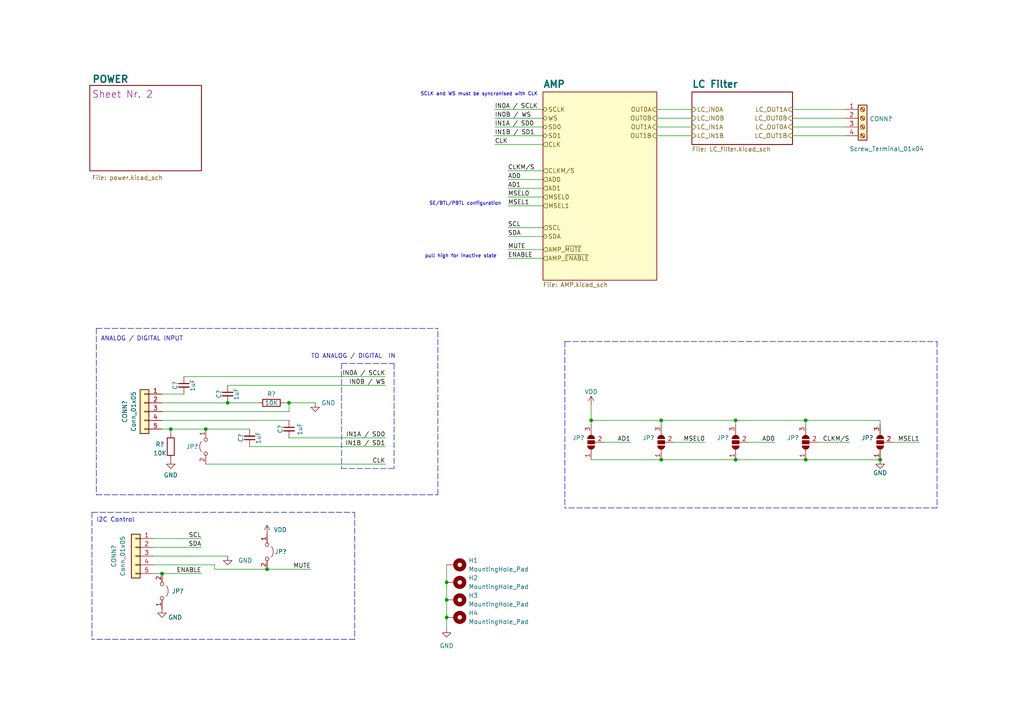
<source format=kicad_sch>
(kicad_sch (version 20211123) (generator eeschema)

  (uuid 0eaa98f0-9565-4637-ace3-42a5231b07f7)

  (paper "A4")

  (title_block
    (title "ma12070p Amp")
    (date "2022-06-23")
    (rev "1")
    (comment 1 "designed by Fabian Muehlberger")
  )

  (lib_symbols
    (symbol "Connector:Screw_Terminal_01x04" (pin_names (offset 1.016) hide) (in_bom yes) (on_board yes)
      (property "Reference" "J" (id 0) (at 0 5.08 0)
        (effects (font (size 1.27 1.27)))
      )
      (property "Value" "Screw_Terminal_01x04" (id 1) (at 0 -7.62 0)
        (effects (font (size 1.27 1.27)))
      )
      (property "Footprint" "" (id 2) (at 0 0 0)
        (effects (font (size 1.27 1.27)) hide)
      )
      (property "Datasheet" "~" (id 3) (at 0 0 0)
        (effects (font (size 1.27 1.27)) hide)
      )
      (property "ki_keywords" "screw terminal" (id 4) (at 0 0 0)
        (effects (font (size 1.27 1.27)) hide)
      )
      (property "ki_description" "Generic screw terminal, single row, 01x04, script generated (kicad-library-utils/schlib/autogen/connector/)" (id 5) (at 0 0 0)
        (effects (font (size 1.27 1.27)) hide)
      )
      (property "ki_fp_filters" "TerminalBlock*:*" (id 6) (at 0 0 0)
        (effects (font (size 1.27 1.27)) hide)
      )
      (symbol "Screw_Terminal_01x04_1_1"
        (rectangle (start -1.27 3.81) (end 1.27 -6.35)
          (stroke (width 0.254) (type default) (color 0 0 0 0))
          (fill (type background))
        )
        (circle (center 0 -5.08) (radius 0.635)
          (stroke (width 0.1524) (type default) (color 0 0 0 0))
          (fill (type none))
        )
        (circle (center 0 -2.54) (radius 0.635)
          (stroke (width 0.1524) (type default) (color 0 0 0 0))
          (fill (type none))
        )
        (polyline
          (pts
            (xy -0.5334 -4.7498)
            (xy 0.3302 -5.588)
          )
          (stroke (width 0.1524) (type default) (color 0 0 0 0))
          (fill (type none))
        )
        (polyline
          (pts
            (xy -0.5334 -2.2098)
            (xy 0.3302 -3.048)
          )
          (stroke (width 0.1524) (type default) (color 0 0 0 0))
          (fill (type none))
        )
        (polyline
          (pts
            (xy -0.5334 0.3302)
            (xy 0.3302 -0.508)
          )
          (stroke (width 0.1524) (type default) (color 0 0 0 0))
          (fill (type none))
        )
        (polyline
          (pts
            (xy -0.5334 2.8702)
            (xy 0.3302 2.032)
          )
          (stroke (width 0.1524) (type default) (color 0 0 0 0))
          (fill (type none))
        )
        (polyline
          (pts
            (xy -0.3556 -4.572)
            (xy 0.508 -5.4102)
          )
          (stroke (width 0.1524) (type default) (color 0 0 0 0))
          (fill (type none))
        )
        (polyline
          (pts
            (xy -0.3556 -2.032)
            (xy 0.508 -2.8702)
          )
          (stroke (width 0.1524) (type default) (color 0 0 0 0))
          (fill (type none))
        )
        (polyline
          (pts
            (xy -0.3556 0.508)
            (xy 0.508 -0.3302)
          )
          (stroke (width 0.1524) (type default) (color 0 0 0 0))
          (fill (type none))
        )
        (polyline
          (pts
            (xy -0.3556 3.048)
            (xy 0.508 2.2098)
          )
          (stroke (width 0.1524) (type default) (color 0 0 0 0))
          (fill (type none))
        )
        (circle (center 0 0) (radius 0.635)
          (stroke (width 0.1524) (type default) (color 0 0 0 0))
          (fill (type none))
        )
        (circle (center 0 2.54) (radius 0.635)
          (stroke (width 0.1524) (type default) (color 0 0 0 0))
          (fill (type none))
        )
        (pin passive line (at -5.08 2.54 0) (length 3.81)
          (name "Pin_1" (effects (font (size 1.27 1.27))))
          (number "1" (effects (font (size 1.27 1.27))))
        )
        (pin passive line (at -5.08 0 0) (length 3.81)
          (name "Pin_2" (effects (font (size 1.27 1.27))))
          (number "2" (effects (font (size 1.27 1.27))))
        )
        (pin passive line (at -5.08 -2.54 0) (length 3.81)
          (name "Pin_3" (effects (font (size 1.27 1.27))))
          (number "3" (effects (font (size 1.27 1.27))))
        )
        (pin passive line (at -5.08 -5.08 0) (length 3.81)
          (name "Pin_4" (effects (font (size 1.27 1.27))))
          (number "4" (effects (font (size 1.27 1.27))))
        )
      )
    )
    (symbol "Connector_Generic:Conn_01x05" (pin_names (offset 1.016) hide) (in_bom yes) (on_board yes)
      (property "Reference" "J" (id 0) (at 0 7.62 0)
        (effects (font (size 1.27 1.27)))
      )
      (property "Value" "Conn_01x05" (id 1) (at 0 -7.62 0)
        (effects (font (size 1.27 1.27)))
      )
      (property "Footprint" "" (id 2) (at 0 0 0)
        (effects (font (size 1.27 1.27)) hide)
      )
      (property "Datasheet" "~" (id 3) (at 0 0 0)
        (effects (font (size 1.27 1.27)) hide)
      )
      (property "ki_keywords" "connector" (id 4) (at 0 0 0)
        (effects (font (size 1.27 1.27)) hide)
      )
      (property "ki_description" "Generic connector, single row, 01x05, script generated (kicad-library-utils/schlib/autogen/connector/)" (id 5) (at 0 0 0)
        (effects (font (size 1.27 1.27)) hide)
      )
      (property "ki_fp_filters" "Connector*:*_1x??_*" (id 6) (at 0 0 0)
        (effects (font (size 1.27 1.27)) hide)
      )
      (symbol "Conn_01x05_1_1"
        (rectangle (start -1.27 -4.953) (end 0 -5.207)
          (stroke (width 0.1524) (type default) (color 0 0 0 0))
          (fill (type none))
        )
        (rectangle (start -1.27 -2.413) (end 0 -2.667)
          (stroke (width 0.1524) (type default) (color 0 0 0 0))
          (fill (type none))
        )
        (rectangle (start -1.27 0.127) (end 0 -0.127)
          (stroke (width 0.1524) (type default) (color 0 0 0 0))
          (fill (type none))
        )
        (rectangle (start -1.27 2.667) (end 0 2.413)
          (stroke (width 0.1524) (type default) (color 0 0 0 0))
          (fill (type none))
        )
        (rectangle (start -1.27 5.207) (end 0 4.953)
          (stroke (width 0.1524) (type default) (color 0 0 0 0))
          (fill (type none))
        )
        (rectangle (start -1.27 6.35) (end 1.27 -6.35)
          (stroke (width 0.254) (type default) (color 0 0 0 0))
          (fill (type background))
        )
        (pin passive line (at -5.08 5.08 0) (length 3.81)
          (name "Pin_1" (effects (font (size 1.27 1.27))))
          (number "1" (effects (font (size 1.27 1.27))))
        )
        (pin passive line (at -5.08 2.54 0) (length 3.81)
          (name "Pin_2" (effects (font (size 1.27 1.27))))
          (number "2" (effects (font (size 1.27 1.27))))
        )
        (pin passive line (at -5.08 0 0) (length 3.81)
          (name "Pin_3" (effects (font (size 1.27 1.27))))
          (number "3" (effects (font (size 1.27 1.27))))
        )
        (pin passive line (at -5.08 -2.54 0) (length 3.81)
          (name "Pin_4" (effects (font (size 1.27 1.27))))
          (number "4" (effects (font (size 1.27 1.27))))
        )
        (pin passive line (at -5.08 -5.08 0) (length 3.81)
          (name "Pin_5" (effects (font (size 1.27 1.27))))
          (number "5" (effects (font (size 1.27 1.27))))
        )
      )
    )
    (symbol "Device:C_Small" (pin_numbers hide) (pin_names (offset 0.254) hide) (in_bom yes) (on_board yes)
      (property "Reference" "C" (id 0) (at 0.254 1.778 0)
        (effects (font (size 1.27 1.27)) (justify left))
      )
      (property "Value" "C_Small" (id 1) (at 0.254 -2.032 0)
        (effects (font (size 1.27 1.27)) (justify left))
      )
      (property "Footprint" "" (id 2) (at 0 0 0)
        (effects (font (size 1.27 1.27)) hide)
      )
      (property "Datasheet" "~" (id 3) (at 0 0 0)
        (effects (font (size 1.27 1.27)) hide)
      )
      (property "ki_keywords" "capacitor cap" (id 4) (at 0 0 0)
        (effects (font (size 1.27 1.27)) hide)
      )
      (property "ki_description" "Unpolarized capacitor, small symbol" (id 5) (at 0 0 0)
        (effects (font (size 1.27 1.27)) hide)
      )
      (property "ki_fp_filters" "C_*" (id 6) (at 0 0 0)
        (effects (font (size 1.27 1.27)) hide)
      )
      (symbol "C_Small_0_1"
        (polyline
          (pts
            (xy -1.524 -0.508)
            (xy 1.524 -0.508)
          )
          (stroke (width 0.3302) (type default) (color 0 0 0 0))
          (fill (type none))
        )
        (polyline
          (pts
            (xy -1.524 0.508)
            (xy 1.524 0.508)
          )
          (stroke (width 0.3048) (type default) (color 0 0 0 0))
          (fill (type none))
        )
      )
      (symbol "C_Small_1_1"
        (pin passive line (at 0 2.54 270) (length 2.032)
          (name "~" (effects (font (size 1.27 1.27))))
          (number "1" (effects (font (size 1.27 1.27))))
        )
        (pin passive line (at 0 -2.54 90) (length 2.032)
          (name "~" (effects (font (size 1.27 1.27))))
          (number "2" (effects (font (size 1.27 1.27))))
        )
      )
    )
    (symbol "Device:R" (pin_numbers hide) (pin_names (offset 0)) (in_bom yes) (on_board yes)
      (property "Reference" "R" (id 0) (at 2.032 0 90)
        (effects (font (size 1.27 1.27)))
      )
      (property "Value" "R" (id 1) (at 0 0 90)
        (effects (font (size 1.27 1.27)))
      )
      (property "Footprint" "" (id 2) (at -1.778 0 90)
        (effects (font (size 1.27 1.27)) hide)
      )
      (property "Datasheet" "~" (id 3) (at 0 0 0)
        (effects (font (size 1.27 1.27)) hide)
      )
      (property "ki_keywords" "R res resistor" (id 4) (at 0 0 0)
        (effects (font (size 1.27 1.27)) hide)
      )
      (property "ki_description" "Resistor" (id 5) (at 0 0 0)
        (effects (font (size 1.27 1.27)) hide)
      )
      (property "ki_fp_filters" "R_*" (id 6) (at 0 0 0)
        (effects (font (size 1.27 1.27)) hide)
      )
      (symbol "R_0_1"
        (rectangle (start -1.016 -2.54) (end 1.016 2.54)
          (stroke (width 0.254) (type default) (color 0 0 0 0))
          (fill (type none))
        )
      )
      (symbol "R_1_1"
        (pin passive line (at 0 3.81 270) (length 1.27)
          (name "~" (effects (font (size 1.27 1.27))))
          (number "1" (effects (font (size 1.27 1.27))))
        )
        (pin passive line (at 0 -3.81 90) (length 1.27)
          (name "~" (effects (font (size 1.27 1.27))))
          (number "2" (effects (font (size 1.27 1.27))))
        )
      )
    )
    (symbol "Jumper:Jumper_2_Open" (pin_names (offset 0) hide) (in_bom yes) (on_board yes)
      (property "Reference" "JP" (id 0) (at 0 2.794 0)
        (effects (font (size 1.27 1.27)))
      )
      (property "Value" "Jumper_2_Open" (id 1) (at 0 -2.286 0)
        (effects (font (size 1.27 1.27)))
      )
      (property "Footprint" "" (id 2) (at 0 0 0)
        (effects (font (size 1.27 1.27)) hide)
      )
      (property "Datasheet" "~" (id 3) (at 0 0 0)
        (effects (font (size 1.27 1.27)) hide)
      )
      (property "ki_keywords" "Jumper SPST" (id 4) (at 0 0 0)
        (effects (font (size 1.27 1.27)) hide)
      )
      (property "ki_description" "Jumper, 2-pole, open" (id 5) (at 0 0 0)
        (effects (font (size 1.27 1.27)) hide)
      )
      (property "ki_fp_filters" "Jumper* TestPoint*2Pads* TestPoint*Bridge*" (id 6) (at 0 0 0)
        (effects (font (size 1.27 1.27)) hide)
      )
      (symbol "Jumper_2_Open_0_0"
        (circle (center -2.032 0) (radius 0.508)
          (stroke (width 0) (type default) (color 0 0 0 0))
          (fill (type none))
        )
        (circle (center 2.032 0) (radius 0.508)
          (stroke (width 0) (type default) (color 0 0 0 0))
          (fill (type none))
        )
      )
      (symbol "Jumper_2_Open_0_1"
        (arc (start 1.524 1.27) (mid 0 1.778) (end -1.524 1.27)
          (stroke (width 0) (type default) (color 0 0 0 0))
          (fill (type none))
        )
      )
      (symbol "Jumper_2_Open_1_1"
        (pin passive line (at -5.08 0 0) (length 2.54)
          (name "A" (effects (font (size 1.27 1.27))))
          (number "1" (effects (font (size 1.27 1.27))))
        )
        (pin passive line (at 5.08 0 180) (length 2.54)
          (name "B" (effects (font (size 1.27 1.27))))
          (number "2" (effects (font (size 1.27 1.27))))
        )
      )
    )
    (symbol "Jumper:SolderJumper_3_Open" (pin_names (offset 0) hide) (in_bom yes) (on_board yes)
      (property "Reference" "JP" (id 0) (at -2.54 -2.54 0)
        (effects (font (size 1.27 1.27)))
      )
      (property "Value" "SolderJumper_3_Open" (id 1) (at 0 2.794 0)
        (effects (font (size 1.27 1.27)))
      )
      (property "Footprint" "" (id 2) (at 0 0 0)
        (effects (font (size 1.27 1.27)) hide)
      )
      (property "Datasheet" "~" (id 3) (at 0 0 0)
        (effects (font (size 1.27 1.27)) hide)
      )
      (property "ki_keywords" "Solder Jumper SPDT" (id 4) (at 0 0 0)
        (effects (font (size 1.27 1.27)) hide)
      )
      (property "ki_description" "Solder Jumper, 3-pole, open" (id 5) (at 0 0 0)
        (effects (font (size 1.27 1.27)) hide)
      )
      (property "ki_fp_filters" "SolderJumper*Open*" (id 6) (at 0 0 0)
        (effects (font (size 1.27 1.27)) hide)
      )
      (symbol "SolderJumper_3_Open_0_1"
        (arc (start -1.016 1.016) (mid -2.032 0) (end -1.016 -1.016)
          (stroke (width 0) (type default) (color 0 0 0 0))
          (fill (type none))
        )
        (arc (start -1.016 1.016) (mid -2.032 0) (end -1.016 -1.016)
          (stroke (width 0) (type default) (color 0 0 0 0))
          (fill (type outline))
        )
        (rectangle (start -0.508 1.016) (end 0.508 -1.016)
          (stroke (width 0) (type default) (color 0 0 0 0))
          (fill (type outline))
        )
        (polyline
          (pts
            (xy -2.54 0)
            (xy -2.032 0)
          )
          (stroke (width 0) (type default) (color 0 0 0 0))
          (fill (type none))
        )
        (polyline
          (pts
            (xy -1.016 1.016)
            (xy -1.016 -1.016)
          )
          (stroke (width 0) (type default) (color 0 0 0 0))
          (fill (type none))
        )
        (polyline
          (pts
            (xy 0 -1.27)
            (xy 0 -1.016)
          )
          (stroke (width 0) (type default) (color 0 0 0 0))
          (fill (type none))
        )
        (polyline
          (pts
            (xy 1.016 1.016)
            (xy 1.016 -1.016)
          )
          (stroke (width 0) (type default) (color 0 0 0 0))
          (fill (type none))
        )
        (polyline
          (pts
            (xy 2.54 0)
            (xy 2.032 0)
          )
          (stroke (width 0) (type default) (color 0 0 0 0))
          (fill (type none))
        )
        (arc (start 1.016 -1.016) (mid 2.032 0) (end 1.016 1.016)
          (stroke (width 0) (type default) (color 0 0 0 0))
          (fill (type none))
        )
        (arc (start 1.016 -1.016) (mid 2.032 0) (end 1.016 1.016)
          (stroke (width 0) (type default) (color 0 0 0 0))
          (fill (type outline))
        )
      )
      (symbol "SolderJumper_3_Open_1_1"
        (pin passive line (at -5.08 0 0) (length 2.54)
          (name "A" (effects (font (size 1.27 1.27))))
          (number "1" (effects (font (size 1.27 1.27))))
        )
        (pin input line (at 0 -3.81 90) (length 2.54)
          (name "C" (effects (font (size 1.27 1.27))))
          (number "2" (effects (font (size 1.27 1.27))))
        )
        (pin passive line (at 5.08 0 180) (length 2.54)
          (name "B" (effects (font (size 1.27 1.27))))
          (number "3" (effects (font (size 1.27 1.27))))
        )
      )
    )
    (symbol "Mechanical:MountingHole_Pad" (pin_numbers hide) (pin_names (offset 1.016) hide) (in_bom yes) (on_board yes)
      (property "Reference" "H" (id 0) (at 0 6.35 0)
        (effects (font (size 1.27 1.27)))
      )
      (property "Value" "MountingHole_Pad" (id 1) (at 0 4.445 0)
        (effects (font (size 1.27 1.27)))
      )
      (property "Footprint" "" (id 2) (at 0 0 0)
        (effects (font (size 1.27 1.27)) hide)
      )
      (property "Datasheet" "~" (id 3) (at 0 0 0)
        (effects (font (size 1.27 1.27)) hide)
      )
      (property "ki_keywords" "mounting hole" (id 4) (at 0 0 0)
        (effects (font (size 1.27 1.27)) hide)
      )
      (property "ki_description" "Mounting Hole with connection" (id 5) (at 0 0 0)
        (effects (font (size 1.27 1.27)) hide)
      )
      (property "ki_fp_filters" "MountingHole*Pad*" (id 6) (at 0 0 0)
        (effects (font (size 1.27 1.27)) hide)
      )
      (symbol "MountingHole_Pad_0_1"
        (circle (center 0 1.27) (radius 1.27)
          (stroke (width 1.27) (type default) (color 0 0 0 0))
          (fill (type none))
        )
      )
      (symbol "MountingHole_Pad_1_1"
        (pin input line (at 0 -2.54 90) (length 2.54)
          (name "1" (effects (font (size 1.27 1.27))))
          (number "1" (effects (font (size 1.27 1.27))))
        )
      )
    )
    (symbol "power:GND" (power) (pin_names (offset 0)) (in_bom yes) (on_board yes)
      (property "Reference" "#PWR" (id 0) (at 0 -6.35 0)
        (effects (font (size 1.27 1.27)) hide)
      )
      (property "Value" "GND" (id 1) (at 0 -3.81 0)
        (effects (font (size 1.27 1.27)))
      )
      (property "Footprint" "" (id 2) (at 0 0 0)
        (effects (font (size 1.27 1.27)) hide)
      )
      (property "Datasheet" "" (id 3) (at 0 0 0)
        (effects (font (size 1.27 1.27)) hide)
      )
      (property "ki_keywords" "power-flag" (id 4) (at 0 0 0)
        (effects (font (size 1.27 1.27)) hide)
      )
      (property "ki_description" "Power symbol creates a global label with name \"GND\" , ground" (id 5) (at 0 0 0)
        (effects (font (size 1.27 1.27)) hide)
      )
      (symbol "GND_0_1"
        (polyline
          (pts
            (xy 0 0)
            (xy 0 -1.27)
            (xy 1.27 -1.27)
            (xy 0 -2.54)
            (xy -1.27 -1.27)
            (xy 0 -1.27)
          )
          (stroke (width 0) (type default) (color 0 0 0 0))
          (fill (type none))
        )
      )
      (symbol "GND_1_1"
        (pin power_in line (at 0 0 270) (length 0) hide
          (name "GND" (effects (font (size 1.27 1.27))))
          (number "1" (effects (font (size 1.27 1.27))))
        )
      )
    )
    (symbol "power:VDD" (power) (pin_names (offset 0)) (in_bom yes) (on_board yes)
      (property "Reference" "#PWR" (id 0) (at 0 -3.81 0)
        (effects (font (size 1.27 1.27)) hide)
      )
      (property "Value" "VDD" (id 1) (at 0 3.81 0)
        (effects (font (size 1.27 1.27)))
      )
      (property "Footprint" "" (id 2) (at 0 0 0)
        (effects (font (size 1.27 1.27)) hide)
      )
      (property "Datasheet" "" (id 3) (at 0 0 0)
        (effects (font (size 1.27 1.27)) hide)
      )
      (property "ki_keywords" "power-flag" (id 4) (at 0 0 0)
        (effects (font (size 1.27 1.27)) hide)
      )
      (property "ki_description" "Power symbol creates a global label with name \"VDD\"" (id 5) (at 0 0 0)
        (effects (font (size 1.27 1.27)) hide)
      )
      (symbol "VDD_0_1"
        (polyline
          (pts
            (xy -0.762 1.27)
            (xy 0 2.54)
          )
          (stroke (width 0) (type default) (color 0 0 0 0))
          (fill (type none))
        )
        (polyline
          (pts
            (xy 0 0)
            (xy 0 2.54)
          )
          (stroke (width 0) (type default) (color 0 0 0 0))
          (fill (type none))
        )
        (polyline
          (pts
            (xy 0 2.54)
            (xy 0.762 1.27)
          )
          (stroke (width 0) (type default) (color 0 0 0 0))
          (fill (type none))
        )
      )
      (symbol "VDD_1_1"
        (pin power_in line (at 0 0 90) (length 0) hide
          (name "VDD" (effects (font (size 1.27 1.27))))
          (number "1" (effects (font (size 1.27 1.27))))
        )
      )
    )
  )

  (junction (at 255.27 133.35) (diameter 0) (color 0 0 0 0)
    (uuid 075432d5-6504-47c1-9fda-652567405184)
  )
  (junction (at 66.04 116.84) (diameter 0) (color 0 0 0 0)
    (uuid 096aad60-7c85-497c-91c9-aabd5aa8a613)
  )
  (junction (at 83.82 116.84) (diameter 0) (color 0 0 0 0)
    (uuid 0c276d56-7e27-4b99-a507-0f7bfbe5c395)
  )
  (junction (at 129.54 168.91) (diameter 0) (color 0 0 0 0)
    (uuid 1f1aac14-fd9e-47d0-9894-84a7a187e22f)
  )
  (junction (at 213.36 121.92) (diameter 0) (color 0 0 0 0)
    (uuid 21b0ba7e-3c69-4292-b44d-74d2e6e2828a)
  )
  (junction (at 129.54 179.07) (diameter 0) (color 0 0 0 0)
    (uuid 330e9442-bb03-4a6d-8544-10e15320a3d6)
  )
  (junction (at 49.53 124.46) (diameter 0) (color 0 0 0 0)
    (uuid 37410285-6937-4cd5-9d2f-341f1100e83c)
  )
  (junction (at 233.68 121.92) (diameter 0) (color 0 0 0 0)
    (uuid 870868c1-cf7f-4003-a12e-b105234e7c03)
  )
  (junction (at 233.68 133.35) (diameter 0) (color 0 0 0 0)
    (uuid 9c00e119-1274-455a-bb98-afae7905e753)
  )
  (junction (at 129.54 173.99) (diameter 0) (color 0 0 0 0)
    (uuid a9b440a2-6f32-4aaf-8d26-075e2f32d57b)
  )
  (junction (at 59.69 124.46) (diameter 0) (color 0 0 0 0)
    (uuid acf64db6-113f-40c8-95a8-1ad0defd3d5a)
  )
  (junction (at 46.99 166.37) (diameter 0) (color 0 0 0 0)
    (uuid de974040-3c4b-41f3-8187-9958dd33fe44)
  )
  (junction (at 171.45 121.92) (diameter 0) (color 0 0 0 0)
    (uuid e1b4e1ff-4906-49ba-b736-fb294c1dff15)
  )
  (junction (at 191.77 133.35) (diameter 0) (color 0 0 0 0)
    (uuid e2e474c9-c695-457b-a64a-6dce85bf0c7c)
  )
  (junction (at 213.36 133.35) (diameter 0) (color 0 0 0 0)
    (uuid f1e24893-9428-462c-8632-3c11812a2a6a)
  )
  (junction (at 191.77 121.92) (diameter 0) (color 0 0 0 0)
    (uuid f8b67a7a-bac2-4d95-be30-bae9ee3c9800)
  )
  (junction (at 77.47 165.1) (diameter 0) (color 0 0 0 0)
    (uuid fbf27f96-fe2b-448d-b1be-9bbea1dd6fc0)
  )

  (wire (pts (xy 147.32 59.69) (xy 157.48 59.69))
    (stroke (width 0) (type default) (color 0 0 0 0))
    (uuid 00361b6e-c28e-40cd-a356-a7673549db89)
  )
  (polyline (pts (xy 127 143.51) (xy 127 95.25))
    (stroke (width 0) (type default) (color 0 0 0 0))
    (uuid 007d9dd9-de57-4a85-b792-3d8c52b8d603)
  )

  (wire (pts (xy 53.34 109.22) (xy 111.76 109.22))
    (stroke (width 0) (type default) (color 0 0 0 0))
    (uuid 01bdea1d-0993-4046-882f-004e76cf98cc)
  )
  (wire (pts (xy 83.82 116.84) (xy 83.82 119.38))
    (stroke (width 0) (type default) (color 0 0 0 0))
    (uuid 05ff3d42-8aaa-421c-b3db-de9d1b3846fb)
  )
  (wire (pts (xy 171.45 121.92) (xy 171.45 123.19))
    (stroke (width 0) (type default) (color 0 0 0 0))
    (uuid 0617f48d-afb1-4aec-9876-d42b5402ba69)
  )
  (wire (pts (xy 44.45 156.21) (xy 58.42 156.21))
    (stroke (width 0) (type default) (color 0 0 0 0))
    (uuid 06e23896-b7f0-435b-a398-b2afe1724320)
  )
  (wire (pts (xy 255.27 121.92) (xy 255.27 123.19))
    (stroke (width 0) (type default) (color 0 0 0 0))
    (uuid 0bb96688-2454-473a-9d56-7b2b9fb65374)
  )
  (wire (pts (xy 147.32 74.93) (xy 157.48 74.93))
    (stroke (width 0) (type default) (color 0 0 0 0))
    (uuid 1040389b-5ad6-42ac-aecc-0b94c38d41ca)
  )
  (wire (pts (xy 233.68 121.92) (xy 255.27 121.92))
    (stroke (width 0) (type default) (color 0 0 0 0))
    (uuid 13a9fd83-a7de-46bc-8a1a-6b54b00f6692)
  )
  (wire (pts (xy 195.58 128.27) (xy 204.47 128.27))
    (stroke (width 0) (type default) (color 0 0 0 0))
    (uuid 146992cd-b20a-434e-a668-9ae79428a9e3)
  )
  (wire (pts (xy 82.55 116.84) (xy 83.82 116.84))
    (stroke (width 0) (type default) (color 0 0 0 0))
    (uuid 18afb1f2-08b7-4d0c-aa74-d861a1a91f03)
  )
  (wire (pts (xy 143.51 39.37) (xy 157.48 39.37))
    (stroke (width 0) (type default) (color 0 0 0 0))
    (uuid 1d11941b-ef4c-4e1a-a804-50126bec47cf)
  )
  (polyline (pts (xy 99.06 105.41) (xy 114.3 105.41))
    (stroke (width 0) (type default) (color 0 0 0 0))
    (uuid 1f2fc4a1-d950-4d73-86b3-02e403c368f3)
  )

  (wire (pts (xy 129.54 173.99) (xy 129.54 179.07))
    (stroke (width 0) (type default) (color 0 0 0 0))
    (uuid 205a9e28-976d-4b02-b44a-1f7bc4eeb8fd)
  )
  (polyline (pts (xy 26.67 148.59) (xy 26.67 185.42))
    (stroke (width 0) (type default) (color 0 0 0 0))
    (uuid 3000f3ec-60af-4754-bb78-ac9f2627bb52)
  )
  (polyline (pts (xy 27.94 95.25) (xy 27.94 143.51))
    (stroke (width 0) (type default) (color 0 0 0 0))
    (uuid 33d2164a-7a23-4178-93d5-40d3dde503bc)
  )

  (wire (pts (xy 129.54 168.91) (xy 129.54 173.99))
    (stroke (width 0) (type default) (color 0 0 0 0))
    (uuid 33ff765e-14f8-4baa-beed-16a3db4732fe)
  )
  (wire (pts (xy 66.04 111.76) (xy 111.76 111.76))
    (stroke (width 0) (type default) (color 0 0 0 0))
    (uuid 35324cbb-dfcf-4e12-85db-0fb205d205f9)
  )
  (wire (pts (xy 147.32 54.61) (xy 157.48 54.61))
    (stroke (width 0) (type default) (color 0 0 0 0))
    (uuid 39a9c590-d9f1-4f57-8ea7-a6f4d5335e4e)
  )
  (wire (pts (xy 229.87 36.83) (xy 245.11 36.83))
    (stroke (width 0) (type default) (color 0 0 0 0))
    (uuid 40313e9e-2588-4cb8-92fd-225815289619)
  )
  (wire (pts (xy 147.32 57.15) (xy 157.48 57.15))
    (stroke (width 0) (type default) (color 0 0 0 0))
    (uuid 40393aff-d904-444f-b0c7-388e80987afe)
  )
  (wire (pts (xy 217.17 128.27) (xy 224.79 128.27))
    (stroke (width 0) (type default) (color 0 0 0 0))
    (uuid 426fe10d-418b-4483-bc38-f0dda4fd5f7d)
  )
  (polyline (pts (xy 27.94 143.51) (xy 127 143.51))
    (stroke (width 0) (type default) (color 0 0 0 0))
    (uuid 4311f8f3-ea1a-4b14-9f15-82a9fb59de96)
  )

  (wire (pts (xy 229.87 34.29) (xy 245.11 34.29))
    (stroke (width 0) (type default) (color 0 0 0 0))
    (uuid 43cdde26-7926-48f5-9c6e-8aa0c2e62233)
  )
  (polyline (pts (xy 102.87 185.42) (xy 26.67 185.42))
    (stroke (width 0) (type default) (color 0 0 0 0))
    (uuid 4435dd09-a939-4632-9529-a2e09179d4b8)
  )

  (wire (pts (xy 49.53 124.46) (xy 49.53 125.73))
    (stroke (width 0) (type default) (color 0 0 0 0))
    (uuid 468256f0-e272-45ea-9abe-7585ddd02ff7)
  )
  (wire (pts (xy 62.23 163.83) (xy 62.23 165.1))
    (stroke (width 0) (type default) (color 0 0 0 0))
    (uuid 4ce259af-c003-45c5-8bb0-b9f03de2337d)
  )
  (wire (pts (xy 143.51 31.75) (xy 157.48 31.75))
    (stroke (width 0) (type default) (color 0 0 0 0))
    (uuid 502cc110-30c8-42d4-b94d-817651fb2f25)
  )
  (wire (pts (xy 143.51 41.91) (xy 157.48 41.91))
    (stroke (width 0) (type default) (color 0 0 0 0))
    (uuid 516391ef-decf-475d-bb2a-381533d158cd)
  )
  (polyline (pts (xy 27.94 95.25) (xy 127 95.25))
    (stroke (width 0) (type default) (color 0 0 0 0))
    (uuid 5267aa23-1fd2-4249-8f3c-c216239db4c7)
  )

  (wire (pts (xy 44.45 161.29) (xy 66.04 161.29))
    (stroke (width 0) (type default) (color 0 0 0 0))
    (uuid 565d321f-5d40-4d87-9007-1909de314070)
  )
  (polyline (pts (xy 163.83 99.06) (xy 271.78 99.06))
    (stroke (width 0) (type default) (color 0 0 0 0))
    (uuid 56acfda5-bd7b-490f-95b1-4193c6734e00)
  )

  (wire (pts (xy 129.54 163.83) (xy 129.54 168.91))
    (stroke (width 0) (type default) (color 0 0 0 0))
    (uuid 5ad9f1de-98f7-46d8-bf04-27e4a51822b8)
  )
  (wire (pts (xy 213.36 133.35) (xy 233.68 133.35))
    (stroke (width 0) (type default) (color 0 0 0 0))
    (uuid 5f729ec4-1264-441a-b35e-3503b2ef66a8)
  )
  (wire (pts (xy 44.45 163.83) (xy 62.23 163.83))
    (stroke (width 0) (type default) (color 0 0 0 0))
    (uuid 62aa6cbe-2bd9-4d2c-9651-09676c1bda5f)
  )
  (wire (pts (xy 147.32 68.58) (xy 157.48 68.58))
    (stroke (width 0) (type default) (color 0 0 0 0))
    (uuid 6546e87f-548d-45a8-8b03-a0f7a628eca2)
  )
  (wire (pts (xy 190.5 39.37) (xy 200.66 39.37))
    (stroke (width 0) (type default) (color 0 0 0 0))
    (uuid 65922d78-411c-4190-b616-03c887cd5575)
  )
  (wire (pts (xy 129.54 179.07) (xy 129.54 182.245))
    (stroke (width 0) (type default) (color 0 0 0 0))
    (uuid 6a8a73d1-7fc4-4893-bc0b-2bf988a560dc)
  )
  (wire (pts (xy 62.23 165.1) (xy 77.47 165.1))
    (stroke (width 0) (type default) (color 0 0 0 0))
    (uuid 7062d36d-dc01-4fb3-9eaa-58975fe1ea82)
  )
  (wire (pts (xy 233.68 133.35) (xy 255.27 133.35))
    (stroke (width 0) (type default) (color 0 0 0 0))
    (uuid 721c3d9b-8059-437c-9ffe-e527ebe2232d)
  )
  (wire (pts (xy 171.45 117.475) (xy 171.45 121.92))
    (stroke (width 0) (type default) (color 0 0 0 0))
    (uuid 73b544d7-dfd6-42d1-ad33-fd30bfd529f0)
  )
  (wire (pts (xy 190.5 36.83) (xy 200.66 36.83))
    (stroke (width 0) (type default) (color 0 0 0 0))
    (uuid 76220b99-2bbd-4127-a038-2d1b62b6a05a)
  )
  (polyline (pts (xy 271.78 147.32) (xy 163.83 147.32))
    (stroke (width 0) (type default) (color 0 0 0 0))
    (uuid 77d715f6-55e5-4168-89fb-a4e1d612f73b)
  )

  (wire (pts (xy 147.32 52.07) (xy 157.48 52.07))
    (stroke (width 0) (type default) (color 0 0 0 0))
    (uuid 7e06b9fb-6a09-46f6-ad2a-cff7155788e8)
  )
  (polyline (pts (xy 99.06 105.41) (xy 99.06 135.89))
    (stroke (width 0) (type default) (color 0 0 0 0))
    (uuid 7e34318f-d21c-480e-a124-16a3c273dd30)
  )

  (wire (pts (xy 229.87 39.37) (xy 245.11 39.37))
    (stroke (width 0) (type default) (color 0 0 0 0))
    (uuid 80089779-fca0-45f9-8b1b-71ebbc366b64)
  )
  (wire (pts (xy 143.51 36.83) (xy 157.48 36.83))
    (stroke (width 0) (type default) (color 0 0 0 0))
    (uuid 83e26546-ecf5-4f47-9fd1-24be6e0b5b78)
  )
  (polyline (pts (xy 26.67 148.59) (xy 102.87 148.59))
    (stroke (width 0) (type default) (color 0 0 0 0))
    (uuid 8579458e-a961-4182-af16-c1b474765e9b)
  )

  (wire (pts (xy 83.82 127) (xy 111.76 127))
    (stroke (width 0) (type default) (color 0 0 0 0))
    (uuid 8637f765-8d66-4c73-a658-ee3525201d0d)
  )
  (wire (pts (xy 46.99 119.38) (xy 83.82 119.38))
    (stroke (width 0) (type default) (color 0 0 0 0))
    (uuid 8679f92f-ff9f-4169-9ac3-afe18d5b400f)
  )
  (wire (pts (xy 191.77 121.92) (xy 191.77 123.19))
    (stroke (width 0) (type default) (color 0 0 0 0))
    (uuid 8680e401-9118-4986-8a65-c789803a40a0)
  )
  (polyline (pts (xy 114.3 105.41) (xy 114.3 135.89))
    (stroke (width 0) (type default) (color 0 0 0 0))
    (uuid 8c3938ba-01aa-4788-8dc2-d1f177ebf8b7)
  )

  (wire (pts (xy 171.45 133.35) (xy 191.77 133.35))
    (stroke (width 0) (type default) (color 0 0 0 0))
    (uuid 8f9d597e-0b65-42a2-90a3-bd5671f9635f)
  )
  (wire (pts (xy 233.68 121.92) (xy 233.68 123.19))
    (stroke (width 0) (type default) (color 0 0 0 0))
    (uuid 8fffdde6-56d8-4537-9d4e-4c3784823964)
  )
  (wire (pts (xy 49.53 124.46) (xy 46.99 124.46))
    (stroke (width 0) (type default) (color 0 0 0 0))
    (uuid 93bedce0-7556-4bcb-b88b-ecf144caab93)
  )
  (polyline (pts (xy 114.3 135.89) (xy 99.06 135.89))
    (stroke (width 0) (type default) (color 0 0 0 0))
    (uuid 98fa8403-8ddc-46b9-8a74-33355b3c3a83)
  )

  (wire (pts (xy 213.36 121.92) (xy 233.68 121.92))
    (stroke (width 0) (type default) (color 0 0 0 0))
    (uuid 9c869dde-7a7b-4e68-b6ff-c268dc1abcaa)
  )
  (wire (pts (xy 83.82 116.84) (xy 91.44 116.84))
    (stroke (width 0) (type default) (color 0 0 0 0))
    (uuid 9f08492b-5326-4b03-921a-6859018751d0)
  )
  (wire (pts (xy 72.39 124.46) (xy 59.69 124.46))
    (stroke (width 0) (type default) (color 0 0 0 0))
    (uuid a01993a4-c8c6-4306-a3bb-b7138db4d8c0)
  )
  (wire (pts (xy 147.32 66.04) (xy 157.48 66.04))
    (stroke (width 0) (type default) (color 0 0 0 0))
    (uuid a46efae9-0793-4783-a681-b77e336792fd)
  )
  (wire (pts (xy 259.08 128.27) (xy 266.7 128.27))
    (stroke (width 0) (type default) (color 0 0 0 0))
    (uuid a955ec11-906e-42bc-baf3-17532c637400)
  )
  (polyline (pts (xy 271.78 99.06) (xy 271.78 147.32))
    (stroke (width 0) (type default) (color 0 0 0 0))
    (uuid a997874d-2b47-4ce6-a3da-e398f35a506e)
  )

  (wire (pts (xy 46.99 114.3) (xy 53.34 114.3))
    (stroke (width 0) (type default) (color 0 0 0 0))
    (uuid a9ed21ff-e715-45a1-b685-719ab5581efa)
  )
  (wire (pts (xy 46.99 166.37) (xy 58.42 166.37))
    (stroke (width 0) (type default) (color 0 0 0 0))
    (uuid abcf7321-facc-41d8-959c-343a9fadcb39)
  )
  (wire (pts (xy 143.51 34.29) (xy 157.48 34.29))
    (stroke (width 0) (type default) (color 0 0 0 0))
    (uuid adfa84cb-975c-49ab-94f8-350b3341b865)
  )
  (wire (pts (xy 77.47 165.1) (xy 90.17 165.1))
    (stroke (width 0) (type default) (color 0 0 0 0))
    (uuid ae8fc88e-4618-47c9-91b0-da0c271e4bf5)
  )
  (wire (pts (xy 147.32 49.53) (xy 157.48 49.53))
    (stroke (width 0) (type default) (color 0 0 0 0))
    (uuid aea07eb0-5673-4b26-8afb-7824290dbe60)
  )
  (wire (pts (xy 49.53 124.46) (xy 59.69 124.46))
    (stroke (width 0) (type default) (color 0 0 0 0))
    (uuid b8c78488-74d4-4889-8e22-2e83f9b484cb)
  )
  (wire (pts (xy 190.5 34.29) (xy 200.66 34.29))
    (stroke (width 0) (type default) (color 0 0 0 0))
    (uuid bdd226a3-76ac-40ac-823f-e6a76c1130ce)
  )
  (wire (pts (xy 44.45 166.37) (xy 46.99 166.37))
    (stroke (width 0) (type default) (color 0 0 0 0))
    (uuid c0d79ca9-d574-4b0e-9130-b70cb16da7c1)
  )
  (wire (pts (xy 66.04 116.84) (xy 74.93 116.84))
    (stroke (width 0) (type default) (color 0 0 0 0))
    (uuid c16e38ae-6c5b-4c69-9d96-3ac3ad784533)
  )
  (wire (pts (xy 191.77 133.35) (xy 213.36 133.35))
    (stroke (width 0) (type default) (color 0 0 0 0))
    (uuid c30f7fef-0ad1-495b-95b5-ea2a3e8d0ba4)
  )
  (wire (pts (xy 191.77 121.92) (xy 213.36 121.92))
    (stroke (width 0) (type default) (color 0 0 0 0))
    (uuid c532efca-738c-468e-9b21-bfe32b1f4b9d)
  )
  (wire (pts (xy 59.69 134.62) (xy 111.76 134.62))
    (stroke (width 0) (type default) (color 0 0 0 0))
    (uuid d41c315d-5efc-4c03-9957-7e94c816a5b3)
  )
  (polyline (pts (xy 163.83 99.06) (xy 163.83 147.32))
    (stroke (width 0) (type default) (color 0 0 0 0))
    (uuid d7a80ec8-8534-4f20-a70c-f3cad6ad6c27)
  )

  (wire (pts (xy 237.49 128.27) (xy 246.38 128.27))
    (stroke (width 0) (type default) (color 0 0 0 0))
    (uuid d8ee21b3-b4e1-48c4-bbe8-cd642e51c96f)
  )
  (wire (pts (xy 229.87 31.75) (xy 245.11 31.75))
    (stroke (width 0) (type default) (color 0 0 0 0))
    (uuid dd9f1744-7c27-4d79-bd27-d577e902ab46)
  )
  (wire (pts (xy 44.45 158.75) (xy 58.42 158.75))
    (stroke (width 0) (type default) (color 0 0 0 0))
    (uuid df3e5d95-d49e-401c-9b15-68dec8b40f4f)
  )
  (wire (pts (xy 147.32 72.39) (xy 157.48 72.39))
    (stroke (width 0) (type default) (color 0 0 0 0))
    (uuid e2a670f3-7d01-41fd-9e22-1a02bd4fd257)
  )
  (wire (pts (xy 72.39 129.54) (xy 111.76 129.54))
    (stroke (width 0) (type default) (color 0 0 0 0))
    (uuid e552b1a6-abda-456e-8ba8-e6ead68e798d)
  )
  (wire (pts (xy 190.5 31.75) (xy 200.66 31.75))
    (stroke (width 0) (type default) (color 0 0 0 0))
    (uuid ecd94945-c0a4-474f-b5ef-042b45d60433)
  )
  (wire (pts (xy 213.36 121.92) (xy 213.36 123.19))
    (stroke (width 0) (type default) (color 0 0 0 0))
    (uuid ecf87bd5-f54e-4667-a47c-fc25157e7e9b)
  )
  (wire (pts (xy 46.99 121.92) (xy 83.82 121.92))
    (stroke (width 0) (type default) (color 0 0 0 0))
    (uuid ef1c0822-5d55-4e3b-83e2-232f35b770b9)
  )
  (wire (pts (xy 175.26 128.27) (xy 182.88 128.27))
    (stroke (width 0) (type default) (color 0 0 0 0))
    (uuid fde5f3c2-f5b2-4b84-a336-42613a76daa8)
  )
  (polyline (pts (xy 102.87 148.59) (xy 102.87 185.42))
    (stroke (width 0) (type default) (color 0 0 0 0))
    (uuid fe800931-a878-47a3-8ac7-1c5a702564ab)
  )

  (wire (pts (xy 46.99 116.84) (xy 66.04 116.84))
    (stroke (width 0) (type default) (color 0 0 0 0))
    (uuid ff22542b-5b34-4bbe-9526-8f4f96dfe8e8)
  )
  (wire (pts (xy 171.45 121.92) (xy 191.77 121.92))
    (stroke (width 0) (type default) (color 0 0 0 0))
    (uuid ff5e6fa8-b8b1-40fb-99ed-cb20013d413b)
  )

  (text "SCLK and WS must be syncronised with CLK" (at 121.92 27.94 0)
    (effects (font (size 1 1)) (justify left bottom))
    (uuid 005a2faf-68aa-44bc-a8e4-312365c5f737)
  )
  (text "ANALOG / DIGITAL INPUT" (at 29.21 99.06 0)
    (effects (font (size 1.27 1.27)) (justify left bottom))
    (uuid 1bf6c072-bde6-4cc8-81e0-4cba2c0e540a)
  )
  (text "pull high for inactive state" (at 123.19 74.93 0)
    (effects (font (size 1 1)) (justify left bottom))
    (uuid 80aeda21-1996-41b1-94d5-3c5505301cae)
  )
  (text "TO ANALOG / DIGITAL  IN\n" (at 90.17 104.14 0)
    (effects (font (size 1.27 1.27)) (justify left bottom))
    (uuid a6ba571a-9f32-4adb-bcef-eb67a58171a0)
  )
  (text "I2C Control\n\n" (at 27.94 153.67 0)
    (effects (font (size 1.27 1.27)) (justify left bottom))
    (uuid d465b9ac-ba93-4c29-9b62-a1e906d01fb1)
  )
  (text "SE/BTL/PBTL configuration " (at 124.46 59.69 0)
    (effects (font (size 1 1)) (justify left bottom))
    (uuid e96f7d42-3d55-479f-b235-18d1e389fed3)
  )

  (label "MSEL0" (at 204.47 128.27 180)
    (effects (font (size 1.27 1.27)) (justify right bottom))
    (uuid 0879f8c8-0e3e-4e96-801a-2d80ea8ff0b6)
  )
  (label "CLKM{slash}S" (at 147.32 49.53 0)
    (effects (font (size 1.27 1.27)) (justify left bottom))
    (uuid 0adb61aa-eb5e-492d-939b-0fe10141d9a8)
  )
  (label "MSEL1" (at 147.32 59.69 0)
    (effects (font (size 1.27 1.27)) (justify left bottom))
    (uuid 10d670b2-9838-4746-9f96-721e687da6f6)
  )
  (label "IN0A {slash} SCLK" (at 111.76 109.22 180)
    (effects (font (size 1.27 1.27)) (justify right bottom))
    (uuid 170bfc9d-25ff-4ac4-bef1-3e5247ca3dbb)
  )
  (label "AD0" (at 224.79 128.27 180)
    (effects (font (size 1.27 1.27)) (justify right bottom))
    (uuid 227805be-33b8-4f22-808b-7bcad446d6aa)
  )
  (label "SDA" (at 58.42 158.75 180)
    (effects (font (size 1.27 1.27)) (justify right bottom))
    (uuid 2ad59666-8867-4300-83d4-4636db034eec)
  )
  (label "MSEL1" (at 266.7 128.27 180)
    (effects (font (size 1.27 1.27)) (justify right bottom))
    (uuid 2b8821db-2268-4527-8cd6-7bb9aca1b841)
  )
  (label "IN0A {slash} SCLK" (at 143.51 31.75 0)
    (effects (font (size 1.27 1.27)) (justify left bottom))
    (uuid 37a3f8fe-b484-4ef0-8bb5-15fdb71bdfce)
  )
  (label "AD1" (at 182.88 128.27 180)
    (effects (font (size 1.27 1.27)) (justify right bottom))
    (uuid 38cb4da3-c2c2-4995-81ae-5120615ef73d)
  )
  (label "MUTE" (at 147.32 72.39 0)
    (effects (font (size 1.27 1.27)) (justify left bottom))
    (uuid 3d5cc462-14b5-45df-a278-4d76388dbaac)
  )
  (label "SCL " (at 147.32 66.04 0)
    (effects (font (size 1.27 1.27)) (justify left bottom))
    (uuid 51445580-488c-42b9-a35c-b824f44e02c1)
  )
  (label "SCL" (at 58.42 156.21 180)
    (effects (font (size 1.27 1.27)) (justify right bottom))
    (uuid 52edb823-359a-4ad9-9f89-f08b9f5ce0db)
  )
  (label "CLK" (at 111.76 134.62 180)
    (effects (font (size 1.27 1.27)) (justify right bottom))
    (uuid 71d6111c-0c13-4322-87f7-cbe8ef981150)
  )
  (label "AD0" (at 147.32 52.07 0)
    (effects (font (size 1.27 1.27)) (justify left bottom))
    (uuid 8a376136-b5a2-4300-a1f6-c53a90471350)
  )
  (label "IN1A {slash} SD0" (at 111.76 127 180)
    (effects (font (size 1.27 1.27)) (justify right bottom))
    (uuid 8a3dbe28-1aad-4e59-bd6f-bfd731829ede)
  )
  (label "IN0B {slash} WS" (at 111.76 111.76 180)
    (effects (font (size 1.27 1.27)) (justify right bottom))
    (uuid 90cf6871-c25c-4b8c-830f-281860045641)
  )
  (label "IN0B {slash} WS" (at 143.51 34.29 0)
    (effects (font (size 1.27 1.27)) (justify left bottom))
    (uuid 9ec4e878-3456-4f0a-bc15-add31d6a00ad)
  )
  (label "ENABLE" (at 147.32 74.93 0)
    (effects (font (size 1.27 1.27)) (justify left bottom))
    (uuid ae835c61-5e50-4005-a974-9ee782292818)
  )
  (label "IN1A {slash} SD0" (at 143.51 36.83 0)
    (effects (font (size 1.27 1.27)) (justify left bottom))
    (uuid be405c5d-a368-43df-ba24-71ffe5151e0a)
  )
  (label "CLK" (at 143.51 41.91 0)
    (effects (font (size 1.27 1.27)) (justify left bottom))
    (uuid c768caea-bdea-4520-9741-a9e9517e6771)
  )
  (label "SDA" (at 147.32 68.58 0)
    (effects (font (size 1.27 1.27)) (justify left bottom))
    (uuid c91c162f-9e62-4007-8237-4d2175f0a360)
  )
  (label "ENABLE" (at 58.42 166.37 180)
    (effects (font (size 1.27 1.27)) (justify right bottom))
    (uuid c9fd347b-7da6-46f1-905a-176e1d850bb6)
  )
  (label "IN1B {slash} SD1" (at 111.76 129.54 180)
    (effects (font (size 1.27 1.27)) (justify right bottom))
    (uuid dcd12c3f-b881-49e0-90aa-e41615bfc643)
  )
  (label "CLKM{slash}S" (at 246.38 128.27 180)
    (effects (font (size 1.27 1.27)) (justify right bottom))
    (uuid df98c9e9-609b-40a5-a4de-754306809bb9)
  )
  (label "IN1B {slash} SD1" (at 143.51 39.37 0)
    (effects (font (size 1.27 1.27)) (justify left bottom))
    (uuid e917df13-f907-4c76-9d78-87e9cf0813a6)
  )
  (label "MSEL0" (at 147.32 57.15 0)
    (effects (font (size 1.27 1.27)) (justify left bottom))
    (uuid ec706016-c450-4e33-9471-5c721c9bd386)
  )
  (label "MUTE" (at 90.17 165.1 180)
    (effects (font (size 1.27 1.27)) (justify right bottom))
    (uuid f6fb50b2-382a-4f1f-9af7-871a5bf10348)
  )
  (label "AD1" (at 147.32 54.61 0)
    (effects (font (size 1.27 1.27)) (justify left bottom))
    (uuid fb3bf82e-173c-4f60-8cc1-5d9a80c6c010)
  )

  (hierarchical_label "AD1" (shape input) (at 157.48 54.61 0)
    (effects (font (size 1.27 1.27)) (justify left))
    (uuid 07f50fb0-f6da-4203-8f1f-3b4fd2a8e255)
  )
  (hierarchical_label "OUT0A" (shape output) (at 190.5 31.75 180)
    (effects (font (size 1.27 1.27)) (justify right))
    (uuid 143bae82-83c0-4477-b32f-983dd5c64195)
  )
  (hierarchical_label "OUT1B" (shape output) (at 190.5 39.37 180)
    (effects (font (size 1.27 1.27)) (justify right))
    (uuid 242fe0f1-7aa3-4b71-abb8-d2f9c64b1b56)
  )
  (hierarchical_label "MSEL0" (shape input) (at 157.48 57.15 0)
    (effects (font (size 1.27 1.27)) (justify left))
    (uuid 25d67a05-cff6-453f-97bb-a3366c4ee486)
  )
  (hierarchical_label "CLK" (shape input) (at 157.48 41.91 0)
    (effects (font (size 1.27 1.27)) (justify left))
    (uuid 27fb22b2-2fdf-4aac-a3a4-0f1d87aa861d)
  )
  (hierarchical_label "OUT1A" (shape output) (at 190.5 36.83 180)
    (effects (font (size 1.27 1.27)) (justify right))
    (uuid 441a5c80-7b10-4dc8-a63b-d98a10c8568b)
  )
  (hierarchical_label "AMP_~{ENABLE}" (shape input) (at 157.48 74.93 0)
    (effects (font (size 1.27 1.27)) (justify left))
    (uuid 4c5ccaef-ca90-4b27-ae9d-f0e5c2af3b42)
  )
  (hierarchical_label "LC_OUT0B" (shape output) (at 229.87 34.29 180)
    (effects (font (size 1.27 1.27)) (justify right))
    (uuid 5c41d8ef-25a6-433c-84bd-dddaf2b2150d)
  )
  (hierarchical_label "LC_OUT0A" (shape output) (at 229.87 36.83 180)
    (effects (font (size 1.27 1.27)) (justify right))
    (uuid 612b71b9-8671-45cd-8fd2-aadfb4d58114)
  )
  (hierarchical_label "SCLK" (shape bidirectional) (at 157.48 31.75 0)
    (effects (font (size 1.27 1.27)) (justify left))
    (uuid 61becab1-7654-432f-a3cf-1ceb89be8875)
  )
  (hierarchical_label "LC_INOB" (shape output) (at 200.66 34.29 0)
    (effects (font (size 1.27 1.27)) (justify left))
    (uuid 653dd262-cf11-42ee-b005-7e8878562965)
  )
  (hierarchical_label "WS" (shape bidirectional) (at 157.48 34.29 0)
    (effects (font (size 1.27 1.27)) (justify left))
    (uuid 6bf28c93-dd6c-471e-9137-944e08975d15)
  )
  (hierarchical_label "LC_IN1B" (shape output) (at 200.66 39.37 0)
    (effects (font (size 1.27 1.27)) (justify left))
    (uuid 77e80806-62d2-4174-984e-84f327bcba03)
  )
  (hierarchical_label "OUT0B" (shape output) (at 190.5 34.29 180)
    (effects (font (size 1.27 1.27)) (justify right))
    (uuid 894ada9f-b044-46d9-bcba-512f781dd64f)
  )
  (hierarchical_label "LC_OUT1A" (shape output) (at 229.87 31.75 180)
    (effects (font (size 1.27 1.27)) (justify right))
    (uuid 8cbd7186-4f3c-414e-81c0-d0e5b8c67036)
  )
  (hierarchical_label "SCL" (shape input) (at 157.48 66.04 0)
    (effects (font (size 1.27 1.27)) (justify left))
    (uuid 96d17aba-6308-4aed-9b38-98bc1dc1f910)
  )
  (hierarchical_label "SD0" (shape bidirectional) (at 157.48 36.83 0)
    (effects (font (size 1.27 1.27)) (justify left))
    (uuid 9fd33adc-e4ce-4d70-8686-06f7043353d9)
  )
  (hierarchical_label "LC_IN1A" (shape output) (at 200.66 36.83 0)
    (effects (font (size 1.27 1.27)) (justify left))
    (uuid a0361d50-0ba8-40ed-9f36-609d6f99bdaa)
  )
  (hierarchical_label "SDA" (shape bidirectional) (at 157.48 68.58 0)
    (effects (font (size 1.27 1.27)) (justify left))
    (uuid c7e1346e-b2aa-4dbc-84e6-f54563d4874c)
  )
  (hierarchical_label "SD1" (shape bidirectional) (at 157.48 39.37 0)
    (effects (font (size 1.27 1.27)) (justify left))
    (uuid c919c225-7880-4e32-ac69-d537c269db4f)
  )
  (hierarchical_label "AD0" (shape input) (at 157.48 52.07 0)
    (effects (font (size 1.27 1.27)) (justify left))
    (uuid ca28fc4a-2e02-40ed-9735-6a519a143d9c)
  )
  (hierarchical_label "MSEL1" (shape input) (at 157.48 59.69 0)
    (effects (font (size 1.27 1.27)) (justify left))
    (uuid ccb798bc-765d-4dcc-82f2-705e6591c16c)
  )
  (hierarchical_label "LC_OUT1B" (shape output) (at 229.87 39.37 180)
    (effects (font (size 1.27 1.27)) (justify right))
    (uuid d6a0e736-8758-4b0e-952c-038870d06bee)
  )
  (hierarchical_label "LC_IN0A" (shape output) (at 200.66 31.75 0)
    (effects (font (size 1.27 1.27)) (justify left))
    (uuid ea5732f1-1d28-4874-8415-3d3737ceec5d)
  )
  (hierarchical_label "CLKM{slash}S" (shape input) (at 157.48 49.53 0)
    (effects (font (size 1.27 1.27)) (justify left))
    (uuid f2be6abf-f164-4bc2-9750-268cb2e65ea9)
  )
  (hierarchical_label "AMP_~{MUTE}" (shape input) (at 157.48 72.39 0)
    (effects (font (size 1.27 1.27)) (justify left))
    (uuid fd9304ff-e071-4d7c-a6ff-96ace7657bfe)
  )

  (symbol (lib_id "Device:R") (at 78.74 116.84 90) (unit 1)
    (in_bom yes) (on_board yes)
    (uuid 03ab24b9-e9c2-4e74-8140-ca56d780b351)
    (property "Reference" "R?" (id 0) (at 78.74 114.3 90))
    (property "Value" "10K" (id 1) (at 78.74 116.84 90))
    (property "Footprint" "Resistor_SMD:R_1206_3216Metric" (id 2) (at 78.74 118.618 90)
      (effects (font (size 1.27 1.27)) hide)
    )
    (property "Datasheet" "~" (id 3) (at 78.74 116.84 0)
      (effects (font (size 1.27 1.27)) hide)
    )
    (property "price" "0,2" (id 4) (at 78.74 116.84 0)
      (effects (font (size 1.27 1.27)) hide)
    )
    (pin "1" (uuid c1f69044-f5c3-4dab-80da-3220a2d6e5b5))
    (pin "2" (uuid d59a4bb3-18c5-4ac4-9a33-dce6d47c45ae))
  )

  (symbol (lib_id "power:GND") (at 255.27 133.35 0) (unit 1)
    (in_bom yes) (on_board yes)
    (uuid 1166e849-809f-4636-86a8-8ca584b5ff9c)
    (property "Reference" "#PWR?" (id 0) (at 255.27 139.7 0)
      (effects (font (size 1.27 1.27)) hide)
    )
    (property "Value" "GND" (id 1) (at 255.27 137.16 0))
    (property "Footprint" "" (id 2) (at 255.27 133.35 0)
      (effects (font (size 1.27 1.27)) hide)
    )
    (property "Datasheet" "" (id 3) (at 255.27 133.35 0)
      (effects (font (size 1.27 1.27)) hide)
    )
    (pin "1" (uuid a7393874-b6ca-44c5-b7af-933b46e0bb46))
  )

  (symbol (lib_id "power:GND") (at 66.04 161.29 0) (unit 1)
    (in_bom yes) (on_board yes)
    (uuid 1b5ddc12-3a78-44a7-9ddf-e6e3db960e65)
    (property "Reference" "#PWR?" (id 0) (at 66.04 167.64 0)
      (effects (font (size 1.27 1.27)) hide)
    )
    (property "Value" "GND" (id 1) (at 71.12 162.56 0))
    (property "Footprint" "" (id 2) (at 66.04 161.29 0)
      (effects (font (size 1.27 1.27)) hide)
    )
    (property "Datasheet" "" (id 3) (at 66.04 161.29 0)
      (effects (font (size 1.27 1.27)) hide)
    )
    (pin "1" (uuid 89f9a8b1-fd55-4a92-a166-7ceae6158392))
  )

  (symbol (lib_id "Jumper:SolderJumper_3_Open") (at 213.36 128.27 90) (unit 1)
    (in_bom yes) (on_board yes) (fields_autoplaced)
    (uuid 1d37ece1-c9a3-4759-898c-64321435ab8c)
    (property "Reference" "JP?" (id 0) (at 211.455 126.9999 90)
      (effects (font (size 1.27 1.27)) (justify left))
    )
    (property "Value" "SolderJumper_3_Open" (id 1) (at 211.455 129.5399 90)
      (effects (font (size 1.27 1.27)) (justify left) hide)
    )
    (property "Footprint" "Jumper:SolderJumper-3_P1.3mm_Open_Pad1.0x1.5mm" (id 2) (at 213.36 128.27 0)
      (effects (font (size 1.27 1.27)) hide)
    )
    (property "Datasheet" "~" (id 3) (at 213.36 128.27 0)
      (effects (font (size 1.27 1.27)) hide)
    )
    (pin "1" (uuid 41d11053-dcf7-4e78-8008-d583a96e8668))
    (pin "2" (uuid 141d4d16-49b9-4a0e-b60c-18aa20f3e189))
    (pin "3" (uuid 280943f8-2292-417d-b29b-4f2167ca102a))
  )

  (symbol (lib_id "Mechanical:MountingHole_Pad") (at 132.08 168.91 270) (unit 1)
    (in_bom yes) (on_board yes) (fields_autoplaced)
    (uuid 2b6814f9-01dd-4e5e-9d08-3044c99b23cb)
    (property "Reference" "H2" (id 0) (at 135.89 167.6399 90)
      (effects (font (size 1.27 1.27)) (justify left))
    )
    (property "Value" "MountingHole_Pad" (id 1) (at 135.89 170.1799 90)
      (effects (font (size 1.27 1.27)) (justify left))
    )
    (property "Footprint" "MountingHole:MountingHole_4mm_Pad" (id 2) (at 132.08 168.91 0)
      (effects (font (size 1.27 1.27)) hide)
    )
    (property "Datasheet" "~" (id 3) (at 132.08 168.91 0)
      (effects (font (size 1.27 1.27)) hide)
    )
    (pin "1" (uuid 8efc5e15-07b0-4045-8cec-ffd721723520))
  )

  (symbol (lib_id "power:GND") (at 129.54 182.245 0) (unit 1)
    (in_bom yes) (on_board yes) (fields_autoplaced)
    (uuid 42f76014-0ef2-44fb-bb69-404d8d7e752a)
    (property "Reference" "#PWR017" (id 0) (at 129.54 188.595 0)
      (effects (font (size 1.27 1.27)) hide)
    )
    (property "Value" "GND" (id 1) (at 129.54 187.325 0))
    (property "Footprint" "" (id 2) (at 129.54 182.245 0)
      (effects (font (size 1.27 1.27)) hide)
    )
    (property "Datasheet" "" (id 3) (at 129.54 182.245 0)
      (effects (font (size 1.27 1.27)) hide)
    )
    (pin "1" (uuid 6433e0bd-632b-4e29-91d7-eba302642646))
  )

  (symbol (lib_id "power:VDD") (at 171.45 117.475 0) (unit 1)
    (in_bom yes) (on_board yes)
    (uuid 47e59d50-0c9a-41f4-b169-cd158df67cb2)
    (property "Reference" "#PWR?" (id 0) (at 171.45 121.285 0)
      (effects (font (size 1.27 1.27)) hide)
    )
    (property "Value" "VDD" (id 1) (at 171.45 113.665 0))
    (property "Footprint" "" (id 2) (at 171.45 117.475 0)
      (effects (font (size 1.27 1.27)) hide)
    )
    (property "Datasheet" "" (id 3) (at 171.45 117.475 0)
      (effects (font (size 1.27 1.27)) hide)
    )
    (pin "1" (uuid b327f090-4052-4cce-87b7-16b0579ac50c))
  )

  (symbol (lib_id "Device:C_Small") (at 83.82 124.46 0) (unit 1)
    (in_bom yes) (on_board yes)
    (uuid 48645ed1-5e64-48a6-9ae9-678b59adb266)
    (property "Reference" "C?" (id 0) (at 81.28 124.46 90))
    (property "Value" "1uF" (id 1) (at 86.995 124.46 90))
    (property "Footprint" "Capacitor_SMD:C_1206_3216Metric" (id 2) (at 84.7852 128.27 0)
      (effects (font (size 1.27 1.27)) hide)
    )
    (property "Datasheet" "~" (id 3) (at 83.82 124.46 0)
      (effects (font (size 1.27 1.27)) hide)
    )
    (property "infineonRef" "CAPIN1A" (id 4) (at 83.82 124.46 0)
      (effects (font (size 1.27 1.27)) hide)
    )
    (property "property_1" "X7R" (id 5) (at 83.82 124.46 0)
      (effects (font (size 1.27 1.27)) hide)
    )
    (property "property_2" "50V" (id 6) (at 83.82 124.46 0)
      (effects (font (size 1.27 1.27)) hide)
    )
    (property "manufacturerRef" "GCJ31MR71H105KA12L" (id 7) (at 83.82 124.46 0)
      (effects (font (size 1.27 1.27)) hide)
    )
    (property "price" "0,23" (id 8) (at 83.82 124.46 0)
      (effects (font (size 1.27 1.27)) hide)
    )
    (pin "1" (uuid c7049df2-d02e-43e7-a49e-fbb633fd2cc2))
    (pin "2" (uuid 30bff2a2-88f8-4ef8-8590-e5bf8728103f))
  )

  (symbol (lib_id "Connector:Screw_Terminal_01x04") (at 250.19 34.29 0) (unit 1)
    (in_bom yes) (on_board yes)
    (uuid 4ea04a5a-7a78-43fb-87d5-86eb2afcea5f)
    (property "Reference" "CONN?" (id 0) (at 252.222 34.4932 0)
      (effects (font (size 1.27 1.27)) (justify left))
    )
    (property "Value" "Screw_Terminal_01x04" (id 1) (at 246.38 43.18 0)
      (effects (font (size 1.27 1.27)) (justify left))
    )
    (property "Footprint" "TerminalBlock_Phoenix:TerminalBlock_Phoenix_MKDS-1,5-4_1x04_P5.00mm_Horizontal" (id 2) (at 250.19 34.29 0)
      (effects (font (size 1.27 1.27)) hide)
    )
    (property "Datasheet" "~" (id 3) (at 250.19 34.29 0)
      (effects (font (size 1.27 1.27)) hide)
    )
    (property "price" "1" (id 4) (at 250.19 34.29 0)
      (effects (font (size 1.27 1.27)) hide)
    )
    (pin "1" (uuid 42103527-2cdd-4e9b-9c21-3a47dc4d99ef))
    (pin "2" (uuid 66122001-4be8-482b-9798-c7696273ba88))
    (pin "3" (uuid 910b5ca3-160a-4289-ac0e-edddfbb8cc23))
    (pin "4" (uuid c88116e7-fa8f-452b-9866-d0290efe384f))
  )

  (symbol (lib_id "Device:C_Small") (at 72.39 127 180) (unit 1)
    (in_bom yes) (on_board yes)
    (uuid 58f9aa8f-3670-400d-bdd7-e79bc2cedf9e)
    (property "Reference" "C?" (id 0) (at 69.85 127 90))
    (property "Value" "1uF" (id 1) (at 74.93 127 90))
    (property "Footprint" "Capacitor_SMD:C_1206_3216Metric" (id 2) (at 71.4248 123.19 0)
      (effects (font (size 1.27 1.27)) hide)
    )
    (property "Datasheet" "~" (id 3) (at 72.39 127 0)
      (effects (font (size 1.27 1.27)) hide)
    )
    (property "infineonRef" "CAPIN1B" (id 4) (at 72.39 127 0)
      (effects (font (size 1.27 1.27)) hide)
    )
    (property "property_1" "X7R" (id 5) (at 72.39 127 0)
      (effects (font (size 1.27 1.27)) hide)
    )
    (property "property_2" "50V" (id 6) (at 72.39 127 0)
      (effects (font (size 1.27 1.27)) hide)
    )
    (property "manufacturerRef" "GCJ31MR71H105KA12L" (id 7) (at 72.39 127 0)
      (effects (font (size 1.27 1.27)) hide)
    )
    (property "price" "0,23" (id 8) (at 72.39 127 0)
      (effects (font (size 1.27 1.27)) hide)
    )
    (pin "1" (uuid 4308de2a-4251-407b-86e6-003f1c1198fb))
    (pin "2" (uuid 129c3c2e-0735-4c77-b6d3-3a06367778b2))
  )

  (symbol (lib_id "power:GND") (at 49.53 133.35 0) (unit 1)
    (in_bom yes) (on_board yes) (fields_autoplaced)
    (uuid 69a4f8e0-0472-420d-9b92-4c449710067a)
    (property "Reference" "#PWR?" (id 0) (at 49.53 139.7 0)
      (effects (font (size 1.27 1.27)) hide)
    )
    (property "Value" "GND" (id 1) (at 49.53 137.795 0))
    (property "Footprint" "" (id 2) (at 49.53 133.35 0)
      (effects (font (size 1.27 1.27)) hide)
    )
    (property "Datasheet" "" (id 3) (at 49.53 133.35 0)
      (effects (font (size 1.27 1.27)) hide)
    )
    (pin "1" (uuid 806ec522-4549-4850-8f65-e06ef6cbece9))
  )

  (symbol (lib_id "Connector_Generic:Conn_01x05") (at 41.91 119.38 0) (mirror y) (unit 1)
    (in_bom yes) (on_board yes)
    (uuid 7153699b-e41c-47d4-8f5b-5022549bfda5)
    (property "Reference" "CONN?" (id 0) (at 36.195 119.38 90))
    (property "Value" "Conn_01x05" (id 1) (at 38.735 119.38 90))
    (property "Footprint" "Connector_PinHeader_2.54mm:PinHeader_1x05_P2.54mm_Vertical" (id 2) (at 41.91 119.38 0)
      (effects (font (size 1.27 1.27)) hide)
    )
    (property "Datasheet" "~" (id 3) (at 41.91 119.38 0)
      (effects (font (size 1.27 1.27)) hide)
    )
    (property "infineonRef" "PAUDIO1" (id 4) (at 41.91 119.38 0)
      (effects (font (size 1.27 1.27)) hide)
    )
    (pin "1" (uuid f5430e0d-f203-4279-b614-dfcda64b5dd2))
    (pin "2" (uuid 9eb0ab1f-b45d-4285-b25b-ea01d427d61a))
    (pin "3" (uuid 7e0d08af-e9df-438d-814e-92babf909485))
    (pin "4" (uuid 612fd055-15fd-4f37-88a3-47dd9452f98b))
    (pin "5" (uuid b89344bc-47ae-48b4-9927-bf3eb8b2e5a9))
  )

  (symbol (lib_id "Jumper:Jumper_2_Open") (at 46.99 171.45 270) (mirror x) (unit 1)
    (in_bom yes) (on_board yes)
    (uuid 7fc51a2c-ff8f-429b-a7cb-20e99e564784)
    (property "Reference" "JP?" (id 0) (at 53.34 171.45 90)
      (effects (font (size 1.27 1.27)) (justify right))
    )
    (property "Value" "SolderJumper_2_Open" (id 1) (at 43.18 173.99 90)
      (effects (font (size 1.27 1.27)) (justify right) hide)
    )
    (property "Footprint" "Connector_PinHeader_2.54mm:PinHeader_1x02_P2.54mm_Vertical" (id 2) (at 46.99 171.45 0)
      (effects (font (size 1.27 1.27)) hide)
    )
    (property "Datasheet" "~" (id 3) (at 46.99 171.45 0)
      (effects (font (size 1.27 1.27)) hide)
    )
    (pin "1" (uuid 1ab9f9c8-3068-4574-b923-d4b84754309e))
    (pin "2" (uuid 42c92ff0-3227-46cf-9fb5-38cdaa6e17ea))
  )

  (symbol (lib_id "Jumper:Jumper_2_Open") (at 77.47 160.02 270) (unit 1)
    (in_bom yes) (on_board yes)
    (uuid 805da627-1ec4-4fd4-bde5-e26da8c3380d)
    (property "Reference" "JP?" (id 0) (at 83.185 160.02 90)
      (effects (font (size 1.27 1.27)) (justify right))
    )
    (property "Value" "SolderJumper_2_Open" (id 1) (at 88.9 152.4 90)
      (effects (font (size 1.27 1.27)) (justify right) hide)
    )
    (property "Footprint" "Connector_PinHeader_2.54mm:PinHeader_1x02_P2.54mm_Vertical" (id 2) (at 77.47 160.02 0)
      (effects (font (size 1.27 1.27)) hide)
    )
    (property "Datasheet" "~" (id 3) (at 77.47 160.02 0)
      (effects (font (size 1.27 1.27)) hide)
    )
    (pin "1" (uuid b68f720c-7eae-4fb7-9e96-3232fb9379bb))
    (pin "2" (uuid b2d0a9e8-f6cc-4a81-a63f-236df60e00ae))
  )

  (symbol (lib_id "Mechanical:MountingHole_Pad") (at 132.08 173.99 270) (unit 1)
    (in_bom yes) (on_board yes) (fields_autoplaced)
    (uuid 82715042-ee95-429f-ad68-b1a4c491a76b)
    (property "Reference" "H3" (id 0) (at 135.89 172.7199 90)
      (effects (font (size 1.27 1.27)) (justify left))
    )
    (property "Value" "MountingHole_Pad" (id 1) (at 135.89 175.2599 90)
      (effects (font (size 1.27 1.27)) (justify left))
    )
    (property "Footprint" "MountingHole:MountingHole_4mm_Pad" (id 2) (at 132.08 173.99 0)
      (effects (font (size 1.27 1.27)) hide)
    )
    (property "Datasheet" "~" (id 3) (at 132.08 173.99 0)
      (effects (font (size 1.27 1.27)) hide)
    )
    (pin "1" (uuid 52bcae2c-3ad6-43da-9030-2b7f7600e89d))
  )

  (symbol (lib_id "Jumper:SolderJumper_3_Open") (at 233.68 128.27 90) (unit 1)
    (in_bom yes) (on_board yes) (fields_autoplaced)
    (uuid 8d17b08a-dc69-4875-8559-cebe600a3dda)
    (property "Reference" "JP?" (id 0) (at 231.775 126.9999 90)
      (effects (font (size 1.27 1.27)) (justify left))
    )
    (property "Value" "SolderJumper_3_Open" (id 1) (at 231.775 129.5399 90)
      (effects (font (size 1.27 1.27)) (justify left) hide)
    )
    (property "Footprint" "Jumper:SolderJumper-3_P1.3mm_Open_Pad1.0x1.5mm" (id 2) (at 233.68 128.27 0)
      (effects (font (size 1.27 1.27)) hide)
    )
    (property "Datasheet" "~" (id 3) (at 233.68 128.27 0)
      (effects (font (size 1.27 1.27)) hide)
    )
    (pin "1" (uuid 0e3635bc-1c42-4a95-b219-6cac3fcfa17a))
    (pin "2" (uuid e8f9dd84-a240-432f-91aa-1fd23245c088))
    (pin "3" (uuid 750623b2-21fa-41e7-b782-51cc5b8d41aa))
  )

  (symbol (lib_id "power:GND") (at 46.99 176.53 0) (mirror y) (unit 1)
    (in_bom yes) (on_board yes)
    (uuid 99c7ad8e-3802-492c-9222-3648dca22f4b)
    (property "Reference" "#PWR?" (id 0) (at 46.99 182.88 0)
      (effects (font (size 1.27 1.27)) hide)
    )
    (property "Value" "GND" (id 1) (at 50.8 179.07 0))
    (property "Footprint" "" (id 2) (at 46.99 176.53 0)
      (effects (font (size 1.27 1.27)) hide)
    )
    (property "Datasheet" "" (id 3) (at 46.99 176.53 0)
      (effects (font (size 1.27 1.27)) hide)
    )
    (pin "1" (uuid 1b5b157e-271a-4294-8fef-59244bc30489))
  )

  (symbol (lib_id "Jumper:SolderJumper_3_Open") (at 255.27 128.27 90) (unit 1)
    (in_bom yes) (on_board yes) (fields_autoplaced)
    (uuid a6f1e94f-6b95-4279-a0bf-3c2bf22c9f62)
    (property "Reference" "JP?" (id 0) (at 253.365 126.9999 90)
      (effects (font (size 1.27 1.27)) (justify left))
    )
    (property "Value" "SolderJumper_3_Open" (id 1) (at 253.365 129.5399 90)
      (effects (font (size 1.27 1.27)) (justify left) hide)
    )
    (property "Footprint" "Jumper:SolderJumper-3_P1.3mm_Open_Pad1.0x1.5mm" (id 2) (at 255.27 128.27 0)
      (effects (font (size 1.27 1.27)) hide)
    )
    (property "Datasheet" "~" (id 3) (at 255.27 128.27 0)
      (effects (font (size 1.27 1.27)) hide)
    )
    (pin "1" (uuid 16cebb33-1f53-46d6-9f59-a7cad209b11e))
    (pin "2" (uuid afeca778-3182-4aa9-9ca8-3e7588366d1a))
    (pin "3" (uuid b1723540-12cc-40b8-8de5-bce56936b3c0))
  )

  (symbol (lib_id "Device:C_Small") (at 53.34 111.76 0) (unit 1)
    (in_bom yes) (on_board yes)
    (uuid b4d2251e-1c58-4a5f-b9b3-5ccf0ff31e01)
    (property "Reference" "C?" (id 0) (at 50.8 111.76 90))
    (property "Value" "1uF" (id 1) (at 55.88 111.76 90))
    (property "Footprint" "Capacitor_SMD:C_1206_3216Metric" (id 2) (at 54.3052 115.57 0)
      (effects (font (size 1.27 1.27)) hide)
    )
    (property "Datasheet" "~" (id 3) (at 53.34 111.76 0)
      (effects (font (size 1.27 1.27)) hide)
    )
    (property "infineonRef" "CAPIN0B" (id 4) (at 53.34 111.76 0)
      (effects (font (size 1.27 1.27)) hide)
    )
    (property "property_1" "X7R" (id 5) (at 53.34 111.76 0)
      (effects (font (size 1.27 1.27)) hide)
    )
    (property "property_2" "50V" (id 6) (at 53.34 111.76 0)
      (effects (font (size 1.27 1.27)) hide)
    )
    (property "manufacturerRef" "GCJ31MR71H105KA12L" (id 7) (at 53.34 111.76 0)
      (effects (font (size 1.27 1.27)) hide)
    )
    (property "price" "0,23" (id 8) (at 53.34 111.76 0)
      (effects (font (size 1.27 1.27)) hide)
    )
    (pin "1" (uuid 249d0132-87e5-46cd-a70f-1b574c709dce))
    (pin "2" (uuid 5f000844-1f2e-4e74-ae0d-5a5ab5f80833))
  )

  (symbol (lib_id "power:VDD") (at 77.47 154.94 0) (unit 1)
    (in_bom yes) (on_board yes)
    (uuid b85c5950-ff4c-4be4-9fb1-a64af492c43b)
    (property "Reference" "#PWR?" (id 0) (at 77.47 158.75 0)
      (effects (font (size 1.27 1.27)) hide)
    )
    (property "Value" "VDD" (id 1) (at 81.28 153.67 0))
    (property "Footprint" "" (id 2) (at 77.47 154.94 0)
      (effects (font (size 1.27 1.27)) hide)
    )
    (property "Datasheet" "" (id 3) (at 77.47 154.94 0)
      (effects (font (size 1.27 1.27)) hide)
    )
    (pin "1" (uuid 09ee19ff-e4d7-4883-b022-26a9725b4a09))
  )

  (symbol (lib_id "power:GND") (at 91.44 116.84 0) (mirror y) (unit 1)
    (in_bom yes) (on_board yes)
    (uuid be15b3cb-1949-4477-87e9-130d5bd90a15)
    (property "Reference" "#PWR?" (id 0) (at 91.44 123.19 0)
      (effects (font (size 1.27 1.27)) hide)
    )
    (property "Value" "GND" (id 1) (at 95.25 116.84 0))
    (property "Footprint" "" (id 2) (at 91.44 116.84 0)
      (effects (font (size 1.27 1.27)) hide)
    )
    (property "Datasheet" "" (id 3) (at 91.44 116.84 0)
      (effects (font (size 1.27 1.27)) hide)
    )
    (pin "1" (uuid 8e460b9f-4bbd-4787-aba7-921e67452d0f))
  )

  (symbol (lib_id "Jumper:SolderJumper_3_Open") (at 191.77 128.27 90) (unit 1)
    (in_bom yes) (on_board yes) (fields_autoplaced)
    (uuid c31e5305-47e4-4d44-b266-296d761e3fa3)
    (property "Reference" "JP?" (id 0) (at 189.865 126.9999 90)
      (effects (font (size 1.27 1.27)) (justify left))
    )
    (property "Value" "SolderJumper_3_Open" (id 1) (at 189.865 129.5399 90)
      (effects (font (size 1.27 1.27)) (justify left) hide)
    )
    (property "Footprint" "Jumper:SolderJumper-3_P1.3mm_Open_Pad1.0x1.5mm" (id 2) (at 191.77 128.27 0)
      (effects (font (size 1.27 1.27)) hide)
    )
    (property "Datasheet" "~" (id 3) (at 191.77 128.27 0)
      (effects (font (size 1.27 1.27)) hide)
    )
    (pin "1" (uuid 5e7bfa7f-a9dc-4336-b4d4-7305717ecaff))
    (pin "2" (uuid 671d27d9-cae9-45e7-a896-dc3aa1e47355))
    (pin "3" (uuid edd2abc2-ae0f-448f-8c01-9f76ebb3dc5c))
  )

  (symbol (lib_id "Mechanical:MountingHole_Pad") (at 132.08 179.07 270) (unit 1)
    (in_bom yes) (on_board yes) (fields_autoplaced)
    (uuid c50d60f1-c6d3-48de-a9b2-075f7238f463)
    (property "Reference" "H4" (id 0) (at 135.89 177.7999 90)
      (effects (font (size 1.27 1.27)) (justify left))
    )
    (property "Value" "MountingHole_Pad" (id 1) (at 135.89 180.3399 90)
      (effects (font (size 1.27 1.27)) (justify left))
    )
    (property "Footprint" "MountingHole:MountingHole_4mm_Pad" (id 2) (at 132.08 179.07 0)
      (effects (font (size 1.27 1.27)) hide)
    )
    (property "Datasheet" "~" (id 3) (at 132.08 179.07 0)
      (effects (font (size 1.27 1.27)) hide)
    )
    (pin "1" (uuid 854cd3aa-a210-45c9-84df-6c7f9d606f06))
  )

  (symbol (lib_id "Jumper:Jumper_2_Open") (at 59.69 129.54 90) (mirror x) (unit 1)
    (in_bom yes) (on_board yes)
    (uuid c55d903b-534e-48e4-a05d-d85c14abf732)
    (property "Reference" "JP?" (id 0) (at 53.975 129.54 90)
      (effects (font (size 1.27 1.27)) (justify right))
    )
    (property "Value" "SolderJumper_2_Open" (id 1) (at 57.15 135.255 0)
      (effects (font (size 1.27 1.27)) (justify right) hide)
    )
    (property "Footprint" "Connector_PinHeader_2.54mm:PinHeader_1x02_P2.54mm_Vertical" (id 2) (at 59.69 129.54 0)
      (effects (font (size 1.27 1.27)) hide)
    )
    (property "Datasheet" "~" (id 3) (at 59.69 129.54 0)
      (effects (font (size 1.27 1.27)) hide)
    )
    (pin "1" (uuid 36dcf352-f143-40e0-ac96-1aa2a1e18983))
    (pin "2" (uuid a225c57d-9e8c-45b5-89a7-07e5ef74fe0b))
  )

  (symbol (lib_id "Mechanical:MountingHole_Pad") (at 132.08 163.83 270) (unit 1)
    (in_bom yes) (on_board yes)
    (uuid c6f0ad55-872a-46c6-b9d2-a43f5e632d80)
    (property "Reference" "H1" (id 0) (at 135.89 162.5599 90)
      (effects (font (size 1.27 1.27)) (justify left))
    )
    (property "Value" "MountingHole_Pad" (id 1) (at 135.89 165.0999 90)
      (effects (font (size 1.27 1.27)) (justify left))
    )
    (property "Footprint" "MountingHole:MountingHole_4mm_Pad" (id 2) (at 132.08 163.83 0)
      (effects (font (size 1.27 1.27)) hide)
    )
    (property "Datasheet" "~" (id 3) (at 132.08 163.83 0)
      (effects (font (size 1.27 1.27)) hide)
    )
    (pin "1" (uuid e1ab2249-8f31-48ac-a0c2-4bad1ba14e1f))
  )

  (symbol (lib_id "Device:C_Small") (at 66.04 114.3 0) (unit 1)
    (in_bom yes) (on_board yes)
    (uuid e413f7cb-a593-47e8-aad8-6baab23d3049)
    (property "Reference" "C?" (id 0) (at 63.5 114.3 90))
    (property "Value" "1uF" (id 1) (at 68.58 114.3 90))
    (property "Footprint" "Capacitor_SMD:C_1206_3216Metric" (id 2) (at 67.0052 118.11 0)
      (effects (font (size 1.27 1.27)) hide)
    )
    (property "Datasheet" "~" (id 3) (at 66.04 114.3 0)
      (effects (font (size 1.27 1.27)) hide)
    )
    (property "infineonRef" "CAPIN0A" (id 4) (at 66.04 114.3 0)
      (effects (font (size 1.27 1.27)) hide)
    )
    (property "property_1" "X7R" (id 5) (at 66.04 114.3 0)
      (effects (font (size 1.27 1.27)) hide)
    )
    (property "property_2" "50V" (id 6) (at 66.04 114.3 0)
      (effects (font (size 1.27 1.27)) hide)
    )
    (property "manufacturerRef" "GCJ31MR71H105KA12L" (id 7) (at 66.04 114.3 0)
      (effects (font (size 1.27 1.27)) hide)
    )
    (property "price" "0,23" (id 8) (at 66.04 114.3 0)
      (effects (font (size 1.27 1.27)) hide)
    )
    (pin "1" (uuid cede72fc-5f14-4aef-b2c0-b718b6ebba30))
    (pin "2" (uuid 6eb8efcb-ba11-49dc-93c3-cea631b5d416))
  )

  (symbol (lib_id "Connector_Generic:Conn_01x05") (at 39.37 161.29 0) (mirror y) (unit 1)
    (in_bom yes) (on_board yes)
    (uuid ef29dc4a-cce3-446a-adfc-3278f3da28ec)
    (property "Reference" "CONN?" (id 0) (at 33.02 161.29 90))
    (property "Value" "Conn_01x05" (id 1) (at 35.56 161.29 90))
    (property "Footprint" "Connector_PinHeader_2.54mm:PinHeader_1x05_P2.54mm_Vertical" (id 2) (at 39.37 161.29 0)
      (effects (font (size 1.27 1.27)) hide)
    )
    (property "Datasheet" "~" (id 3) (at 39.37 161.29 0)
      (effects (font (size 1.27 1.27)) hide)
    )
    (property "infineonRef" "PCTRL1" (id 4) (at 39.37 161.29 0)
      (effects (font (size 1.27 1.27)) hide)
    )
    (pin "1" (uuid 9e941156-892c-4b05-b2bb-abe20c4b6d32))
    (pin "2" (uuid ba1d5444-b4dc-45bb-b8be-2cfd8fdb780f))
    (pin "3" (uuid 26d0c029-0950-42c4-8386-b14f0bf10c23))
    (pin "4" (uuid 52d48eac-ff96-443a-b6ab-dbfc01a6623c))
    (pin "5" (uuid c7afaa49-6701-4887-860a-f6138c842fb0))
  )

  (symbol (lib_id "Device:R") (at 49.53 129.54 180) (unit 1)
    (in_bom yes) (on_board yes)
    (uuid f838dfc4-5c83-4d43-b203-0915bd29bec5)
    (property "Reference" "R?" (id 0) (at 45.085 128.905 0)
      (effects (font (size 1.27 1.27)) (justify right))
    )
    (property "Value" "10K" (id 1) (at 44.45 131.445 0)
      (effects (font (size 1.27 1.27)) (justify right))
    )
    (property "Footprint" "Resistor_SMD:R_1206_3216Metric" (id 2) (at 51.308 129.54 90)
      (effects (font (size 1.27 1.27)) hide)
    )
    (property "Datasheet" "~" (id 3) (at 49.53 129.54 0)
      (effects (font (size 1.27 1.27)) hide)
    )
    (property "price" "0,2" (id 4) (at 49.53 129.54 0)
      (effects (font (size 1.27 1.27)) hide)
    )
    (pin "1" (uuid a124fc73-ea38-428a-b26d-09a00ece0882))
    (pin "2" (uuid 4e583c82-f1cc-4f66-8d18-950178d2f7d8))
  )

  (symbol (lib_id "Jumper:SolderJumper_3_Open") (at 171.45 128.27 90) (unit 1)
    (in_bom yes) (on_board yes) (fields_autoplaced)
    (uuid fba089d4-b82d-4166-901e-426cfc004567)
    (property "Reference" "JP?" (id 0) (at 169.545 126.9999 90)
      (effects (font (size 1.27 1.27)) (justify left))
    )
    (property "Value" "SolderJumper_3_Open" (id 1) (at 169.545 129.5399 90)
      (effects (font (size 1.27 1.27)) (justify left) hide)
    )
    (property "Footprint" "Jumper:SolderJumper-3_P1.3mm_Open_Pad1.0x1.5mm" (id 2) (at 171.45 128.27 0)
      (effects (font (size 1.27 1.27)) hide)
    )
    (property "Datasheet" "~" (id 3) (at 171.45 128.27 0)
      (effects (font (size 1.27 1.27)) hide)
    )
    (pin "1" (uuid 2a7475a6-6d05-4103-b7a5-a49e59dbde07))
    (pin "2" (uuid 46d74ad7-7a9f-4346-bf2e-3fc672d6aa8d))
    (pin "3" (uuid 8063dd58-47a7-4b20-98fe-93946f4b0f91))
  )

  (sheet (at 157.48 26.67) (size 33.02 54.61) (fields_autoplaced)
    (stroke (width 0.2) (type solid) (color 0 0 0 0))
    (fill (color 255 245 0 0.2000))
    (uuid 3e6a2c4d-eebf-4511-bf96-c18c3f46a7d4)
    (property "Sheet name" "AMP" (id 0) (at 157.48 25.5934 0)
      (effects (font (size 2 2) bold) (justify left bottom))
    )
    (property "Sheet file" "AMP.kicad_sch" (id 1) (at 157.48 81.8646 0)
      (effects (font (size 1.27 1.27)) (justify left top))
    )
  )

  (sheet (at 26.035 24.765) (size 32.385 24.765)
    (stroke (width 0.2) (type solid) (color 0 0 0 0))
    (fill (color 0 0 0 0.0000))
    (uuid aece9ac0-9b35-4439-b8f2-b024fd7fa230)
    (property "Sheet name" "POWER" (id 0) (at 26.67 24.13 0)
      (effects (font (size 2 2) bold) (justify left bottom))
    )
    (property "Sheet file" "power.kicad_sch" (id 1) (at 26.67 50.8 0)
      (effects (font (size 1.27 1.27)) (justify left top))
    )
    (property "Sheet Nr." "Sheet Nr. 2" (id 2) (at 35.56 27.305 0)
      (effects (font (size 2 2)))
    )
  )

  (sheet (at 200.66 26.67) (size 29.21 15.24) (fields_autoplaced)
    (stroke (width 0.2) (type solid) (color 0 0 0 0))
    (fill (color 0 0 0 0.0000))
    (uuid b0e649ce-20c5-43cd-8098-aaa57365ab5f)
    (property "Sheet name" "LC Filter" (id 0) (at 200.66 25.5696 0)
      (effects (font (size 2 2) bold) (justify left bottom))
    )
    (property "Sheet file" "LC_filter.kicad_sch" (id 1) (at 200.66 42.5184 0)
      (effects (font (size 1.27 1.27)) (justify left top))
    )
  )

  (sheet_instances
    (path "/" (page "1"))
    (path "/aece9ac0-9b35-4439-b8f2-b024fd7fa230" (page "2"))
    (path "/b0e649ce-20c5-43cd-8098-aaa57365ab5f" (page "4"))
    (path "/3e6a2c4d-eebf-4511-bf96-c18c3f46a7d4" (page "5"))
  )

  (symbol_instances
    (path "/3e6a2c4d-eebf-4511-bf96-c18c3f46a7d4/e429ee66-8d72-4ca9-8d8f-96dc7cd2c950"
      (reference "#FLG?") (unit 1) (value "PWR_FLAG") (footprint "")
    )
    (path "/3e6a2c4d-eebf-4511-bf96-c18c3f46a7d4/e498b299-04ba-4fa6-b3f6-5d6f8453515c"
      (reference "#FLG?") (unit 1) (value "PWR_FLAG") (footprint "")
    )
    (path "/42f76014-0ef2-44fb-bb69-404d8d7e752a"
      (reference "#PWR017") (unit 1) (value "GND") (footprint "")
    )
    (path "/aece9ac0-9b35-4439-b8f2-b024fd7fa230/45f9606e-7934-403d-99f8-322503b353f9"
      (reference "#PWR020") (unit 1) (value "GND") (footprint "")
    )
    (path "/aece9ac0-9b35-4439-b8f2-b024fd7fa230/bdf556ce-3e78-4d0d-b8ed-a0bfc9bf06c3"
      (reference "#PWR021") (unit 1) (value "VDD") (footprint "")
    )
    (path "/aece9ac0-9b35-4439-b8f2-b024fd7fa230/2bcad54f-6f85-4679-99b4-ccacc83c5d27"
      (reference "#PWR022") (unit 1) (value "GND") (footprint "")
    )
    (path "/aece9ac0-9b35-4439-b8f2-b024fd7fa230/7c1e983b-259e-4ec8-8720-09d5e5af01d0"
      (reference "#PWR023") (unit 1) (value "GND") (footprint "")
    )
    (path "/aece9ac0-9b35-4439-b8f2-b024fd7fa230/6388168b-f620-4e03-87e1-0068598a9a1c"
      (reference "#PWR024") (unit 1) (value "GND") (footprint "")
    )
    (path "/aece9ac0-9b35-4439-b8f2-b024fd7fa230/3fff907d-ef92-45a5-b462-38b667c03795"
      (reference "#PWR025") (unit 1) (value "GND") (footprint "")
    )
    (path "/aece9ac0-9b35-4439-b8f2-b024fd7fa230/eee6ed82-c98a-4fc9-b0fa-d9ea0a8fc69d"
      (reference "#PWR026") (unit 1) (value "GND") (footprint "")
    )
    (path "/3e6a2c4d-eebf-4511-bf96-c18c3f46a7d4/063ab653-09c9-48d9-a422-b98798f26958"
      (reference "#PWR?") (unit 1) (value "GND") (footprint "")
    )
    (path "/3e6a2c4d-eebf-4511-bf96-c18c3f46a7d4/0fbbd67d-1555-4405-8c61-b76314fd70c3"
      (reference "#PWR?") (unit 1) (value "GND") (footprint "")
    )
    (path "/1166e849-809f-4636-86a8-8ca584b5ff9c"
      (reference "#PWR?") (unit 1) (value "GND") (footprint "")
    )
    (path "/3e6a2c4d-eebf-4511-bf96-c18c3f46a7d4/126c68a0-7457-4859-b626-50df473bab9b"
      (reference "#PWR?") (unit 1) (value "GND") (footprint "")
    )
    (path "/3e6a2c4d-eebf-4511-bf96-c18c3f46a7d4/1572f25b-b135-406f-8ec3-6783e7b36a19"
      (reference "#PWR?") (unit 1) (value "VDD") (footprint "")
    )
    (path "/1b5ddc12-3a78-44a7-9ddf-e6e3db960e65"
      (reference "#PWR?") (unit 1) (value "GND") (footprint "")
    )
    (path "/b0e649ce-20c5-43cd-8098-aaa57365ab5f/308ab840-eb27-4847-a828-ebc4852de50e"
      (reference "#PWR?") (unit 1) (value "GND") (footprint "")
    )
    (path "/47e59d50-0c9a-41f4-b169-cd158df67cb2"
      (reference "#PWR?") (unit 1) (value "VDD") (footprint "")
    )
    (path "/3e6a2c4d-eebf-4511-bf96-c18c3f46a7d4/50c1db27-3066-4122-ba1d-1597e41e988f"
      (reference "#PWR?") (unit 1) (value "GND") (footprint "")
    )
    (path "/3e6a2c4d-eebf-4511-bf96-c18c3f46a7d4/6496d952-725f-4c09-839c-a41f55dc5899"
      (reference "#PWR?") (unit 1) (value "GND") (footprint "")
    )
    (path "/69a4f8e0-0472-420d-9b92-4c449710067a"
      (reference "#PWR?") (unit 1) (value "GND") (footprint "")
    )
    (path "/3e6a2c4d-eebf-4511-bf96-c18c3f46a7d4/8cfb0479-6233-453a-a352-24c7d7d9aa08"
      (reference "#PWR?") (unit 1) (value "GND") (footprint "")
    )
    (path "/99c7ad8e-3802-492c-9222-3648dca22f4b"
      (reference "#PWR?") (unit 1) (value "GND") (footprint "")
    )
    (path "/b0e649ce-20c5-43cd-8098-aaa57365ab5f/9dbd1108-7d68-4265-b47e-7ef91e31f773"
      (reference "#PWR?") (unit 1) (value "GND") (footprint "")
    )
    (path "/3e6a2c4d-eebf-4511-bf96-c18c3f46a7d4/b016faf6-bcd7-4483-a2fa-9ede7a9c8b15"
      (reference "#PWR?") (unit 1) (value "VDD") (footprint "")
    )
    (path "/b85c5950-ff4c-4be4-9fb1-a64af492c43b"
      (reference "#PWR?") (unit 1) (value "VDD") (footprint "")
    )
    (path "/3e6a2c4d-eebf-4511-bf96-c18c3f46a7d4/b902b919-6e32-4e53-a0ee-c50487efe509"
      (reference "#PWR?") (unit 1) (value "GND") (footprint "")
    )
    (path "/be15b3cb-1949-4477-87e9-130d5bd90a15"
      (reference "#PWR?") (unit 1) (value "GND") (footprint "")
    )
    (path "/3e6a2c4d-eebf-4511-bf96-c18c3f46a7d4/d7d80c17-5881-4921-b6ce-efcd26fcf73b"
      (reference "#PWR?") (unit 1) (value "GND") (footprint "")
    )
    (path "/3e6a2c4d-eebf-4511-bf96-c18c3f46a7d4/f46c3619-ba70-4b2b-8e1c-7c4da9f475e9"
      (reference "#PWR?") (unit 1) (value "VDD") (footprint "")
    )
    (path "/aece9ac0-9b35-4439-b8f2-b024fd7fa230/18940502-1731-4d76-900c-d1a613b8565f"
      (reference "C34") (unit 1) (value "100uF") (footprint "Capacitor_THT:CP_Radial_D10.0mm_P5.00mm")
    )
    (path "/aece9ac0-9b35-4439-b8f2-b024fd7fa230/9b2bbda6-6f16-48be-9e26-b84bb9c17d39"
      (reference "C35") (unit 1) (value "100uF") (footprint "Capacitor_THT:CP_Radial_D10.0mm_P5.00mm")
    )
    (path "/aece9ac0-9b35-4439-b8f2-b024fd7fa230/a33ec4b1-8f32-44d0-8ff0-70f4d571bc97"
      (reference "C36") (unit 1) (value "10uF") (footprint "Capacitor_SMD:C_1206_3216Metric")
    )
    (path "/aece9ac0-9b35-4439-b8f2-b024fd7fa230/5baf18c4-2407-4452-993c-dd11e63b6249"
      (reference "C37") (unit 1) (value "0.1uF") (footprint "Capacitor_SMD:C_1206_3216Metric")
    )
    (path "/aece9ac0-9b35-4439-b8f2-b024fd7fa230/7cb51b90-bcbe-4fee-87cb-fbfaeb154b5e"
      (reference "C38") (unit 1) (value "1uF") (footprint "Capacitor_SMD:C_1206_3216Metric")
    )
    (path "/aece9ac0-9b35-4439-b8f2-b024fd7fa230/4ed11a65-8114-4cfe-9178-0458a67cac54"
      (reference "C39") (unit 1) (value "0.1uF") (footprint "Capacitor_SMD:C_1206_3216Metric")
    )
    (path "/aece9ac0-9b35-4439-b8f2-b024fd7fa230/55dd409e-1556-4455-8e65-ae9534d67c1f"
      (reference "C40") (unit 1) (value "22uF") (footprint "Capacitor_SMD:C_1206_3216Metric")
    )
    (path "/3e6a2c4d-eebf-4511-bf96-c18c3f46a7d4/097768c9-31f4-4bdb-95d8-3fba8d2730d2"
      (reference "C?") (unit 1) (value "1uF") (footprint "Capacitor_SMD:C_1206_3216Metric")
    )
    (path "/3e6a2c4d-eebf-4511-bf96-c18c3f46a7d4/0d479e9c-a773-438b-8adb-4fff3daef9ff"
      (reference "C?") (unit 1) (value "0.1uF") (footprint "Capacitor_SMD:C_1206_3216Metric")
    )
    (path "/3e6a2c4d-eebf-4511-bf96-c18c3f46a7d4/1099d79f-8662-48fa-b4f3-41eab9d7af8a"
      (reference "C?") (unit 1) (value "1uF") (footprint "Capacitor_SMD:C_1206_3216Metric")
    )
    (path "/3e6a2c4d-eebf-4511-bf96-c18c3f46a7d4/22aee834-92cd-48e6-96b9-d2ae2526d981"
      (reference "C?") (unit 1) (value "1uF") (footprint "Capacitor_SMD:C_1206_3216Metric")
    )
    (path "/3e6a2c4d-eebf-4511-bf96-c18c3f46a7d4/308ec8a4-44fb-425c-8a82-b25351162b1c"
      (reference "C?") (unit 1) (value "0.1uF") (footprint "Capacitor_SMD:C_1206_3216Metric")
    )
    (path "/b0e649ce-20c5-43cd-8098-aaa57365ab5f/4356c77e-84fd-4c1b-bb67-5b727d119047"
      (reference "C?") (unit 1) (value "0.47uF") (footprint "Capacitor_TH_TDK:C_Rect_L7.3_W4.5_P5.0")
    )
    (path "/48645ed1-5e64-48a6-9ae9-678b59adb266"
      (reference "C?") (unit 1) (value "1uF") (footprint "Capacitor_SMD:C_1206_3216Metric")
    )
    (path "/b0e649ce-20c5-43cd-8098-aaa57365ab5f/4b2abcfc-ee9f-4b66-bc38-b9f9162847b2"
      (reference "C?") (unit 1) (value "0.47uF") (footprint "Capacitor_TH_TDK:C_Rect_L7.3_W4.5_P5.0")
    )
    (path "/3e6a2c4d-eebf-4511-bf96-c18c3f46a7d4/4f31b283-3394-4abc-b098-0fbed199f7e5"
      (reference "C?") (unit 1) (value "0.1uF") (footprint "Capacitor_SMD:C_1206_3216Metric")
    )
    (path "/3e6a2c4d-eebf-4511-bf96-c18c3f46a7d4/52cdfe34-efb5-4dbb-8aee-939769e3310e"
      (reference "C?") (unit 1) (value "10uF") (footprint "Capacitor_SMD:C_1206_3216Metric")
    )
    (path "/58f9aa8f-3670-400d-bdd7-e79bc2cedf9e"
      (reference "C?") (unit 1) (value "1uF") (footprint "Capacitor_SMD:C_1206_3216Metric")
    )
    (path "/b0e649ce-20c5-43cd-8098-aaa57365ab5f/59c2cfd1-58fe-4620-b5a4-41f784ab2a99"
      (reference "C?") (unit 1) (value "1uF") (footprint "Capacitor_TH_TDK:C_Rect_L7.3_W4.5_P5.0")
    )
    (path "/3e6a2c4d-eebf-4511-bf96-c18c3f46a7d4/678d2443-f5b0-49e0-97ab-c1c956d00a42"
      (reference "C?") (unit 1) (value "10uF") (footprint "Capacitor_SMD:C_1206_3216Metric")
    )
    (path "/3e6a2c4d-eebf-4511-bf96-c18c3f46a7d4/6e19869f-11fd-451f-a18f-1a274f197e2b"
      (reference "C?") (unit 1) (value "10uF") (footprint "Capacitor_SMD:C_1206_3216Metric")
    )
    (path "/3e6a2c4d-eebf-4511-bf96-c18c3f46a7d4/73c29640-f8a8-4fc4-8b1c-dfef39a70194"
      (reference "C?") (unit 1) (value "1uF") (footprint "Capacitor_SMD:C_1206_3216Metric")
    )
    (path "/3e6a2c4d-eebf-4511-bf96-c18c3f46a7d4/75435cba-35b0-46e9-9e40-0a1bb097400f"
      (reference "C?") (unit 1) (value "0.1uF") (footprint "Capacitor_SMD:C_1206_3216Metric")
    )
    (path "/3e6a2c4d-eebf-4511-bf96-c18c3f46a7d4/798e296a-cdbb-4c2b-8bed-1ae5f4dfeb2a"
      (reference "C?") (unit 1) (value "1uF") (footprint "Capacitor_SMD:C_1206_3216Metric")
    )
    (path "/3e6a2c4d-eebf-4511-bf96-c18c3f46a7d4/7a3f43ae-f036-471c-86dc-c534793bb58d"
      (reference "C?") (unit 1) (value "10uF") (footprint "Capacitor_SMD:C_1206_3216Metric")
    )
    (path "/3e6a2c4d-eebf-4511-bf96-c18c3f46a7d4/7c4be01c-6e99-4089-bd2f-d4fdbdeba7d7"
      (reference "C?") (unit 1) (value "10uF") (footprint "Capacitor_SMD:C_1206_3216Metric")
    )
    (path "/3e6a2c4d-eebf-4511-bf96-c18c3f46a7d4/836aab29-a6f4-4fe1-bb84-866b71e2575f"
      (reference "C?") (unit 1) (value "0.1uF") (footprint "Capacitor_SMD:C_1206_3216Metric")
    )
    (path "/3e6a2c4d-eebf-4511-bf96-c18c3f46a7d4/9781bc84-5def-478a-a572-4c957e63de1d"
      (reference "C?") (unit 1) (value "1uF") (footprint "Capacitor_SMD:C_1206_3216Metric")
    )
    (path "/b0e649ce-20c5-43cd-8098-aaa57365ab5f/9923ebd9-967d-4151-8b67-7eca47dbf5cc"
      (reference "C?") (unit 1) (value "0.47uF") (footprint "Capacitor_TH_TDK:C_Rect_L7.3_W4.5_P5.0")
    )
    (path "/3e6a2c4d-eebf-4511-bf96-c18c3f46a7d4/a5d2b092-4c27-4d80-b569-e2e24d5585b1"
      (reference "C?") (unit 1) (value "1uF") (footprint "Capacitor_SMD:C_1206_3216Metric")
    )
    (path "/b0e649ce-20c5-43cd-8098-aaa57365ab5f/a981be59-7da7-4480-9b1c-a4ac26dab7dd"
      (reference "C?") (unit 1) (value "1uF") (footprint "Capacitor_TH_TDK:C_Rect_L7.3_W4.5_P5.0")
    )
    (path "/3e6a2c4d-eebf-4511-bf96-c18c3f46a7d4/aa4df767-9786-4cc1-b957-4a7bc3824ad6"
      (reference "C?") (unit 1) (value "0.1uF") (footprint "Capacitor_SMD:C_1206_3216Metric")
    )
    (path "/3e6a2c4d-eebf-4511-bf96-c18c3f46a7d4/ac8a730b-d251-4f86-9cce-4ba7d418608a"
      (reference "C?") (unit 1) (value "1uF") (footprint "Capacitor_SMD:C_1206_3216Metric")
    )
    (path "/3e6a2c4d-eebf-4511-bf96-c18c3f46a7d4/b3249bb0-ac82-4a62-9764-480aac42212c"
      (reference "C?") (unit 1) (value "1uF") (footprint "Capacitor_SMD:C_1206_3216Metric")
    )
    (path "/b4d2251e-1c58-4a5f-b9b3-5ccf0ff31e01"
      (reference "C?") (unit 1) (value "1uF") (footprint "Capacitor_SMD:C_1206_3216Metric")
    )
    (path "/3e6a2c4d-eebf-4511-bf96-c18c3f46a7d4/d6bb850c-7743-4293-832c-ca88a48258f9"
      (reference "C?") (unit 1) (value "1uF") (footprint "Capacitor_SMD:C_1206_3216Metric")
    )
    (path "/b0e649ce-20c5-43cd-8098-aaa57365ab5f/db28749c-59bb-4607-8f86-4280c70a2dfc"
      (reference "C?") (unit 1) (value "1uF") (footprint "Capacitor_TH_TDK:C_Rect_L7.3_W4.5_P5.0")
    )
    (path "/3e6a2c4d-eebf-4511-bf96-c18c3f46a7d4/dd810dad-c633-4286-aa48-5c1b3d7dbdcb"
      (reference "C?") (unit 1) (value "10uF") (footprint "Capacitor_SMD:C_1206_3216Metric")
    )
    (path "/3e6a2c4d-eebf-4511-bf96-c18c3f46a7d4/e0048530-6437-4921-a7bb-6d504ba40733"
      (reference "C?") (unit 1) (value "1uF") (footprint "Capacitor_SMD:C_1206_3216Metric")
    )
    (path "/3e6a2c4d-eebf-4511-bf96-c18c3f46a7d4/e029afb2-cf2b-4611-ac7f-3ca9d837c422"
      (reference "C?") (unit 1) (value "0.1uF") (footprint "Capacitor_SMD:C_1206_3216Metric")
    )
    (path "/e413f7cb-a593-47e8-aad8-6baab23d3049"
      (reference "C?") (unit 1) (value "1uF") (footprint "Capacitor_SMD:C_1206_3216Metric")
    )
    (path "/3e6a2c4d-eebf-4511-bf96-c18c3f46a7d4/e47112cc-ecb2-456b-ad96-c17e37394e28"
      (reference "C?") (unit 1) (value "1uF") (footprint "Capacitor_SMD:C_1206_3216Metric")
    )
    (path "/b0e649ce-20c5-43cd-8098-aaa57365ab5f/f1c5c1aa-9adf-4b9a-b4c2-b9ed57871fd3"
      (reference "C?") (unit 1) (value "0.47uF") (footprint "Capacitor_TH_TDK:C_Rect_L7.3_W4.5_P5.0")
    )
    (path "/3e6a2c4d-eebf-4511-bf96-c18c3f46a7d4/f7d9424b-ee7d-49bb-8b72-f3df57c26255"
      (reference "C?") (unit 1) (value "10uF") (footprint "Capacitor_SMD:C_1206_3216Metric")
    )
    (path "/3e6a2c4d-eebf-4511-bf96-c18c3f46a7d4/f83b4d01-e4e2-4d51-8f14-1ff9b1067f43"
      (reference "C?") (unit 1) (value "10uF") (footprint "Capacitor_SMD:C_1206_3216Metric")
    )
    (path "/b0e649ce-20c5-43cd-8098-aaa57365ab5f/ff43dd3b-ab76-4448-8409-87171289d9db"
      (reference "C?") (unit 1) (value "1uF") (footprint "Capacitor_TH_TDK:C_Rect_L7.3_W4.5_P5.0")
    )
    (path "/aece9ac0-9b35-4439-b8f2-b024fd7fa230/2c833f37-b22e-44bc-94ae-64eccdbb78d0"
      (reference "CIN1") (unit 1) (value "0.022uF") (footprint "Capacitor_SMD:C_1206_3216Metric")
    )
    (path "/aece9ac0-9b35-4439-b8f2-b024fd7fa230/1602b246-8347-486b-a8cd-a2d4881912bc"
      (reference "CIN2") (unit 1) (value "0.022uF") (footprint "Capacitor_SMD:C_1206_3216Metric")
    )
    (path "/aece9ac0-9b35-4439-b8f2-b024fd7fa230/320300f5-18d4-4b26-b229-f51187dc02ad"
      (reference "CONN2") (unit 1) (value "Screw_Terminal_01x02") (footprint "TerminalBlock_Phoenix:TerminalBlock_Phoenix_MKDS-1,5-2_1x02_P5.00mm_Horizontal")
    )
    (path "/4ea04a5a-7a78-43fb-87d5-86eb2afcea5f"
      (reference "CONN?") (unit 1) (value "Screw_Terminal_01x04") (footprint "TerminalBlock_Phoenix:TerminalBlock_Phoenix_MKDS-1,5-4_1x04_P5.00mm_Horizontal")
    )
    (path "/7153699b-e41c-47d4-8f5b-5022549bfda5"
      (reference "CONN?") (unit 1) (value "Conn_01x05") (footprint "Connector_PinHeader_2.54mm:PinHeader_1x05_P2.54mm_Vertical")
    )
    (path "/ef29dc4a-cce3-446a-adfc-3278f3da28ec"
      (reference "CONN?") (unit 1) (value "Conn_01x05") (footprint "Connector_PinHeader_2.54mm:PinHeader_1x05_P2.54mm_Vertical")
    )
    (path "/c6f0ad55-872a-46c6-b9d2-a43f5e632d80"
      (reference "H1") (unit 1) (value "MountingHole_Pad") (footprint "MountingHole:MountingHole_4mm_Pad")
    )
    (path "/2b6814f9-01dd-4e5e-9d08-3044c99b23cb"
      (reference "H2") (unit 1) (value "MountingHole_Pad") (footprint "MountingHole:MountingHole_4mm_Pad")
    )
    (path "/82715042-ee95-429f-ad68-b1a4c491a76b"
      (reference "H3") (unit 1) (value "MountingHole_Pad") (footprint "MountingHole:MountingHole_4mm_Pad")
    )
    (path "/c50d60f1-c6d3-48de-a9b2-075f7238f463"
      (reference "H4") (unit 1) (value "MountingHole_Pad") (footprint "MountingHole:MountingHole_4mm_Pad")
    )
    (path "/1d37ece1-c9a3-4759-898c-64321435ab8c"
      (reference "JP?") (unit 1) (value "SolderJumper_3_Open") (footprint "Jumper:SolderJumper-3_P1.3mm_Open_Pad1.0x1.5mm")
    )
    (path "/7fc51a2c-ff8f-429b-a7cb-20e99e564784"
      (reference "JP?") (unit 1) (value "SolderJumper_2_Open") (footprint "Connector_PinHeader_2.54mm:PinHeader_1x02_P2.54mm_Vertical")
    )
    (path "/805da627-1ec4-4fd4-bde5-e26da8c3380d"
      (reference "JP?") (unit 1) (value "SolderJumper_2_Open") (footprint "Connector_PinHeader_2.54mm:PinHeader_1x02_P2.54mm_Vertical")
    )
    (path "/8d17b08a-dc69-4875-8559-cebe600a3dda"
      (reference "JP?") (unit 1) (value "SolderJumper_3_Open") (footprint "Jumper:SolderJumper-3_P1.3mm_Open_Pad1.0x1.5mm")
    )
    (path "/a6f1e94f-6b95-4279-a0bf-3c2bf22c9f62"
      (reference "JP?") (unit 1) (value "SolderJumper_3_Open") (footprint "Jumper:SolderJumper-3_P1.3mm_Open_Pad1.0x1.5mm")
    )
    (path "/c31e5305-47e4-4d44-b266-296d761e3fa3"
      (reference "JP?") (unit 1) (value "SolderJumper_3_Open") (footprint "Jumper:SolderJumper-3_P1.3mm_Open_Pad1.0x1.5mm")
    )
    (path "/c55d903b-534e-48e4-a05d-d85c14abf732"
      (reference "JP?") (unit 1) (value "SolderJumper_2_Open") (footprint "Connector_PinHeader_2.54mm:PinHeader_1x02_P2.54mm_Vertical")
    )
    (path "/fba089d4-b82d-4166-901e-426cfc004567"
      (reference "JP?") (unit 1) (value "SolderJumper_3_Open") (footprint "Jumper:SolderJumper-3_P1.3mm_Open_Pad1.0x1.5mm")
    )
    (path "/aece9ac0-9b35-4439-b8f2-b024fd7fa230/676e12a0-9359-4a14-91e4-9164fe67b470"
      (reference "L5") (unit 1) (value "47") (footprint "Inductor_SMD:L_2010_5025Metric")
    )
    (path "/aece9ac0-9b35-4439-b8f2-b024fd7fa230/77980927-1b25-43a5-bf79-b042aefd34e4"
      (reference "L6") (unit 1) (value "10uH") (footprint "Inductor_TH_Bourns:RLB0712-100KL")
    )
    (path "/b0e649ce-20c5-43cd-8098-aaa57365ab5f/03fbe713-f5e4-41f7-94a7-2f6fbe8f728f"
      (reference "L?") (unit 1) (value "6.8uH") (footprint "Inductor_Murata_TH:L_Radial_TH_Murata_D16.9_P14.0")
    )
    (path "/b0e649ce-20c5-43cd-8098-aaa57365ab5f/654461b3-d0d6-4461-ada7-ee6fc2ab4fba"
      (reference "L?") (unit 1) (value "6.8uH") (footprint "Inductor_Murata_TH:L_Radial_TH_Murata_D16.9_P14.0")
    )
    (path "/b0e649ce-20c5-43cd-8098-aaa57365ab5f/6b9a0f60-9f98-4af2-bc47-cdcd111a5e78"
      (reference "L?") (unit 1) (value "6.8uH") (footprint "Inductor_Murata_TH:L_Radial_TH_Murata_D16.9_P14.0")
    )
    (path "/b0e649ce-20c5-43cd-8098-aaa57365ab5f/dcb01401-165b-4fd3-918c-28841cf57083"
      (reference "L?") (unit 1) (value "6.8uH") (footprint "Inductor_Murata_TH:L_Radial_TH_Murata_D16.9_P14.0")
    )
    (path "/3e6a2c4d-eebf-4511-bf96-c18c3f46a7d4/27005539-e768-461e-a70a-288b6379b6bd"
      (reference "LED?") (unit 1) (value "LED") (footprint "LED_SMD:LED_1206_3216Metric")
    )
    (path "/3e6a2c4d-eebf-4511-bf96-c18c3f46a7d4/c239bd69-59b0-43b0-8da0-ae5c2e037ef0"
      (reference "LED?") (unit 1) (value "LED") (footprint "LED_SMD:LED_1206_3216Metric")
    )
    (path "/aece9ac0-9b35-4439-b8f2-b024fd7fa230/8aae6a9e-745e-4fb0-94e9-0a5db208452f"
      (reference "R7") (unit 1) (value "0.1R") (footprint "Resistor_SMD:R_2512_6332Metric")
    )
    (path "/aece9ac0-9b35-4439-b8f2-b024fd7fa230/34ad9f98-6987-4580-bbe5-c073b1c3cf15"
      (reference "R8") (unit 1) (value "4.7k") (footprint "Resistor_SMD:R_1206_3216Metric")
    )
    (path "/03ab24b9-e9c2-4e74-8140-ca56d780b351"
      (reference "R?") (unit 1) (value "10K") (footprint "Resistor_SMD:R_1206_3216Metric")
    )
    (path "/b0e649ce-20c5-43cd-8098-aaa57365ab5f/07058d07-51f9-4549-ab64-2d64f8002bb0"
      (reference "R?") (unit 1) (value "3.6") (footprint "Resistor_SMD:R_1206_3216Metric")
    )
    (path "/3e6a2c4d-eebf-4511-bf96-c18c3f46a7d4/1a8d0473-501d-43f4-8af2-b8f6a39a321a"
      (reference "R?") (unit 1) (value "2k") (footprint "Resistor_SMD:R_1206_3216Metric")
    )
    (path "/b0e649ce-20c5-43cd-8098-aaa57365ab5f/7bc33593-1005-4d0a-8a99-55d2ff17437e"
      (reference "R?") (unit 1) (value "3.6") (footprint "Resistor_SMD:R_1206_3216Metric")
    )
    (path "/b0e649ce-20c5-43cd-8098-aaa57365ab5f/a8e89848-4c09-4adf-8424-104f01042a3e"
      (reference "R?") (unit 1) (value "3.6") (footprint "Resistor_SMD:R_1206_3216Metric")
    )
    (path "/3e6a2c4d-eebf-4511-bf96-c18c3f46a7d4/b176b037-7165-4c6d-86a9-aa5885444f84"
      (reference "R?") (unit 1) (value "2k") (footprint "Resistor_SMD:R_1206_3216Metric")
    )
    (path "/b0e649ce-20c5-43cd-8098-aaa57365ab5f/c7319c81-e94e-4f2d-9029-8593008dc3ae"
      (reference "R?") (unit 1) (value "3.6") (footprint "Resistor_SMD:R_1206_3216Metric")
    )
    (path "/f838dfc4-5c83-4d43-b203-0915bd29bec5"
      (reference "R?") (unit 1) (value "10K") (footprint "Resistor_SMD:R_1206_3216Metric")
    )
    (path "/aece9ac0-9b35-4439-b8f2-b024fd7fa230/09753de8-240f-4a83-8b84-053e95642ec5"
      (reference "U2") (unit 1) (value "MAX16956") (footprint "max_16956:MAX16956AUBD&slash_V&plus_")
    )
    (path "/3e6a2c4d-eebf-4511-bf96-c18c3f46a7d4/222050db-80a6-492c-b630-4c1546b9ae0d"
      (reference "U?") (unit 1) (value "MA12070P") (footprint "Package_DFN_QFN:QFN-64-1EP_9x9mm_P0.5mm_EP5.45x5.45mm")
    )
  )
)

</source>
